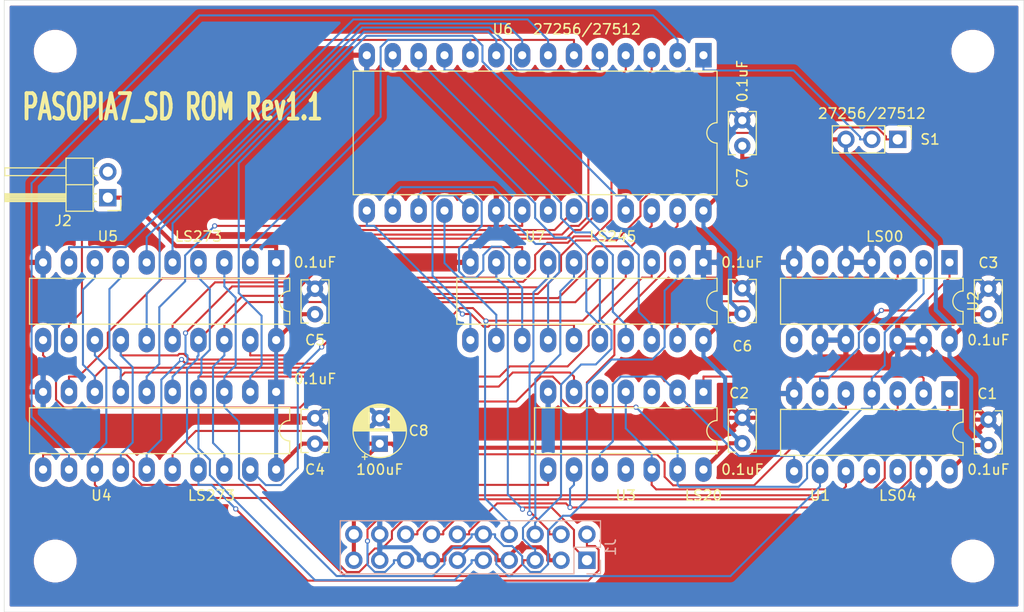
<source format=kicad_pcb>
(kicad_pcb (version 20171130) (host pcbnew "(5.1.9)-1")
  (layers (0 F.Cu signal) (31 B.Cu signal) (34 B.Paste user) (35 F.Paste user) (36 B.SilkS user hide) (37 F.SilkS user) (38 B.Mask user) (39 F.Mask user) (44 Edge.Cuts user))
  (net 0 "")
  (net 1 +5V)
  (net 2 GND)
  (net 3 "Net-(U1-Pad2)")
  (net 4 "Net-(U1-Pad6)")
  (net 5 "Net-(U1-Pad8)")
  (net 6 "Net-(U1-Pad10)")
  (net 7 "Net-(U1-Pad4)")
  (net 8 "Net-(U5-Pad6)")
  (net 9 "Net-(U5-Pad5)")
  (net 10 "Net-(U5-Pad2)")
  (net 11 /CDB7)
  (net 12 /CDB6)
  (net 13 /CDB5)
  (net 14 /CDB4)
  (net 15 /CDB3)
  (net 16 /CDB2)
  (net 17 /CDB1)
  (net 18 /CDB0)
  (net 19 /CAD1)
  (net 20 /CAD0)
  (net 21 /~CSEL2)
  (net 22 /~CRD)
  (net 23 /~CWR)
  (net 24 "Net-(S1-Pad2)")
  (net 25 "Net-(U2-Pad3)")
  (net 26 "Net-(U3-Pad6)")
  (net 27 "Net-(U3-Pad8)")
  (net 28 "Net-(U4-Pad2)")
  (net 29 "Net-(U4-Pad12)")
  (net 30 "Net-(U4-Pad5)")
  (net 31 "Net-(U4-Pad15)")
  (net 32 "Net-(U4-Pad6)")
  (net 33 "Net-(U4-Pad16)")
  (net 34 "Net-(U4-Pad9)")
  (net 35 "Net-(U5-Pad19)")
  (net 36 "Net-(U5-Pad9)")
  (net 37 "Net-(U5-Pad16)")
  (net 38 "Net-(U5-Pad15)")
  (net 39 "Net-(U5-Pad12)")
  (net 40 "Net-(U6-Pad15)")
  (net 41 "Net-(U6-Pad16)")
  (net 42 "Net-(U6-Pad17)")
  (net 43 "Net-(U6-Pad18)")
  (net 44 "Net-(U6-Pad19)")
  (net 45 "Net-(U6-Pad11)")
  (net 46 "Net-(U6-Pad12)")
  (net 47 "Net-(U6-Pad13)")
  (net 48 "Net-(S1-Pad1)")
  (module MountingHole:MountingHole_3.2mm_M3 (layer F.Cu) (at 92.63 99.94)
    (fp_text reference MH4 hide)
    (fp_text value MountingHole_3.2mm_M3 hide)
    (pad 1 np_thru_hole circle (at 0 0) (size 3.2 3.2) (drill 3.2) (layers *.Cu *.Mask))
  )
  (module MountingHole:MountingHole_3.2mm_M3 (layer F.Cu) (at 182.63 99.94)
    (fp_text reference MH3 hide)
    (fp_text value MountingHole_3.2mm_M3 hide)
    (pad 1 np_thru_hole circle (at 0 0) (size 3.2 3.2) (drill 3.2) (layers *.Cu *.Mask))
  )
  (module MountingHole:MountingHole_3.2mm_M3 (layer F.Cu) (at 182.63 149.94)
    (fp_text reference MH2 hide)
    (fp_text value MountingHole_3.2mm_M3 hide)
    (pad 1 np_thru_hole circle (at 0 0) (size 3.2 3.2) (drill 3.2) (layers *.Cu *.Mask))
  )
  (module MountingHole:MountingHole_3.2mm_M3 (layer F.Cu) (at 92.63 149.94)
    (fp_text reference MH1 hide)
    (fp_text value MountingHole_3.2mm_M3 hide)
    (pad 1 np_thru_hole circle (at 0 0) (size 3.2 3.2) (drill 3.2) (layers *.Cu *.Mask))
  )
  (module Capacitor_THT:CP_Radial_D5.0mm_P2.50mm (layer F.Cu) (at 124.46 138.43 90)
    (fp_text reference C8 (at 1.27 3.81 unlocked) (layer F.SilkS))
    (fp_text value 100uF)
    (pad 1 thru_hole rect (at 0 0 90) (size 1.6 1.6) (drill 0.8) (layers *.Cu *.Mask) (net 1 +5V))
    (pad 2 thru_hole circle (at 2.5 0 90) (size 1.6 1.6) (drill 0.8) (layers *.Cu *.Mask) (net 2 GND))
  )
  (module Capacitor_THT:C_Rect_L4.0mm_W2.5mm_P2.50mm (layer F.Cu) (at 184.15 136.07 270)
    (fp_text reference C1 (at -2.54 0.105 unlocked) (layer F.SilkS))
    (fp_text value 0.1uF)
    (pad 1 thru_hole circle (at 0 0 270) (size 1.6 1.6) (drill 0.8) (layers *.Cu *.Mask) (net 2 GND))
    (pad 2 thru_hole circle (at 2.5 0 270) (size 1.6 1.6) (drill 0.8) (layers *.Cu *.Mask) (net 1 +5V))
  )
  (module Capacitor_THT:C_Rect_L4.0mm_W2.5mm_P2.50mm (layer F.Cu) (at 160.02 135.89 270)
    (fp_text reference C2 (at -2.413 0.317 unlocked) (layer F.SilkS))
    (fp_text value 0.1uF)
    (pad 2 thru_hole circle (at 2.5 0 270) (size 1.6 1.6) (drill 0.8) (layers *.Cu *.Mask) (net 1 +5V))
    (pad 1 thru_hole circle (at 0 0 270) (size 1.6 1.6) (drill 0.8) (layers *.Cu *.Mask) (net 2 GND))
  )
  (module Capacitor_THT:C_Rect_L4.0mm_W2.5mm_P2.50mm (layer F.Cu) (at 184.15 123.23 270)
    (fp_text reference C3 (at -2.54 0 unlocked) (layer F.SilkS))
    (fp_text value 0.1uF)
    (pad 1 thru_hole circle (at 0 0 270) (size 1.6 1.6) (drill 0.8) (layers *.Cu *.Mask) (net 2 GND))
    (pad 2 thru_hole circle (at 2.5 0 270) (size 1.6 1.6) (drill 0.8) (layers *.Cu *.Mask) (net 1 +5V))
  )
  (module Package_DIP:DIP-14_W7.62mm_LongPads (layer F.Cu) (at 180.34 133.51 270)
    (fp_text reference U1 (at 10 12.7 unlocked) (layer F.SilkS))
    (fp_text value 74LS04)
    (pad 1 thru_hole rect (at 0 0 270) (size 2.4 1.6) (drill 0.8) (layers *.Cu *.Mask) (net 20 /CAD0))
    (pad 8 thru_hole oval (at 7.62 15.24 270) (size 2.4 1.6) (drill 0.8) (layers *.Cu *.Mask) (net 5 "Net-(U1-Pad8)"))
    (pad 2 thru_hole oval (at 0 2.54 270) (size 2.4 1.6) (drill 0.8) (layers *.Cu *.Mask) (net 3 "Net-(U1-Pad2)"))
    (pad 9 thru_hole oval (at 7.62 12.7 270) (size 2.4 1.6) (drill 0.8) (layers *.Cu *.Mask) (net 19 /CAD1))
    (pad 3 thru_hole oval (at 0 5.08 270) (size 2.4 1.6) (drill 0.8) (layers *.Cu *.Mask) (net 21 /~CSEL2))
    (pad 10 thru_hole oval (at 7.62 10.16 270) (size 2.4 1.6) (drill 0.8) (layers *.Cu *.Mask) (net 6 "Net-(U1-Pad10)"))
    (pad 4 thru_hole oval (at 0 7.62 270) (size 2.4 1.6) (drill 0.8) (layers *.Cu *.Mask) (net 7 "Net-(U1-Pad4)"))
    (pad 11 thru_hole oval (at 7.62 7.62 270) (size 2.4 1.6) (drill 0.8) (layers *.Cu *.Mask) (net 23 /~CWR))
    (pad 5 thru_hole oval (at 0 10.16 270) (size 2.4 1.6) (drill 0.8) (layers *.Cu *.Mask) (net 22 /~CRD))
    (pad 12 thru_hole oval (at 7.62 5.08 270) (size 2.4 1.6) (drill 0.8) (layers *.Cu *.Mask))
    (pad 6 thru_hole oval (at 0 12.7 270) (size 2.4 1.6) (drill 0.8) (layers *.Cu *.Mask) (net 4 "Net-(U1-Pad6)"))
    (pad 13 thru_hole oval (at 7.62 2.54 270) (size 2.4 1.6) (drill 0.8) (layers *.Cu *.Mask) (net 2 GND))
    (pad 7 thru_hole oval (at 0 15.24 270) (size 2.4 1.6) (drill 0.8) (layers *.Cu *.Mask) (net 2 GND))
    (pad 14 thru_hole oval (at 7.62 0 270) (size 2.4 1.6) (drill 0.8) (layers *.Cu *.Mask) (net 1 +5V))
  )
  (module Capacitor_THT:C_Rect_L4.0mm_W2.5mm_P2.50mm (layer F.Cu) (at 118.11 138.43 90)
    (fp_text reference C4 (at -2.54 0) (layer F.SilkS))
    (fp_text value 0.1uF)
    (pad 2 thru_hole circle (at 2.5 0 90) (size 1.6 1.6) (drill 0.8) (layers *.Cu *.Mask) (net 2 GND))
    (pad 1 thru_hole circle (at 0 0 90) (size 1.6 1.6) (drill 0.8) (layers *.Cu *.Mask) (net 1 +5V))
  )
  (module Capacitor_THT:C_Rect_L4.0mm_W2.5mm_P2.50mm (layer F.Cu) (at 118.11 125.73 90)
    (fp_text reference C5 (at -2.54 0) (layer F.SilkS))
    (fp_text value 0.1uF)
    (pad 1 thru_hole circle (at 0 0 90) (size 1.6 1.6) (drill 0.8) (layers *.Cu *.Mask) (net 1 +5V))
    (pad 2 thru_hole circle (at 2.5 0 90) (size 1.6 1.6) (drill 0.8) (layers *.Cu *.Mask) (net 2 GND))
  )
  (module Capacitor_THT:C_Rect_L4.0mm_W2.5mm_P2.50mm (layer F.Cu) (at 160.02 125.69 90)
    (fp_text reference C6 (at -3.175 0) (layer F.SilkS))
    (fp_text value 0.1uF)
    (pad 2 thru_hole circle (at 2.5 0 90) (size 1.6 1.6) (drill 0.8) (layers *.Cu *.Mask) (net 2 GND))
    (pad 1 thru_hole circle (at 0 0 90) (size 1.6 1.6) (drill 0.8) (layers *.Cu *.Mask) (net 1 +5V))
  )
  (module Capacitor_THT:C_Rect_L4.0mm_W2.5mm_P2.50mm (layer F.Cu) (at 160.02 109.22 90)
    (fp_text reference C7 (at -3.175 0 90) (layer F.SilkS))
    (fp_text value 0.1uF)
    (pad 1 thru_hole circle (at 0 0 90) (size 1.6 1.6) (drill 0.8) (layers *.Cu *.Mask) (net 1 +5V))
    (pad 2 thru_hole circle (at 2.5 0 90) (size 1.6 1.6) (drill 0.8) (layers *.Cu *.Mask) (net 2 GND))
  )
  (module Connector_PinHeader_2.54mm:PinHeader_1x03_P2.54mm_Vertical (layer F.Cu) (at 175.26 108.585 270)
    (fp_text reference S1 (at 0 -3.175) (layer F.SilkS))
    (fp_text value SLIDE_SWITCH_3P)
    (pad 1 thru_hole rect (at 0 0 270) (size 1.7 1.7) (drill 1) (layers *.Cu *.Mask) (net 48 "Net-(S1-Pad1)"))
    (pad 2 thru_hole oval (at 0 2.54 270) (size 1.7 1.7) (drill 1) (layers *.Cu *.Mask) (net 24 "Net-(S1-Pad2)"))
    (pad 3 thru_hole oval (at 0 5.08 270) (size 1.7 1.7) (drill 1) (layers *.Cu *.Mask) (net 1 +5V))
  )
  (module Package_DIP:DIP-14_W7.62mm_LongPads (layer F.Cu) (at 156.21 133.35 270)
    (fp_text reference U3 (at 10.16 7.62) (layer F.SilkS))
    (fp_text value 74LS20)
    (pad 14 thru_hole oval (at 7.62 0 270) (size 2.4 1.6) (drill 0.8) (layers *.Cu *.Mask) (net 1 +5V))
    (pad 7 thru_hole oval (at 0 15.24 270) (size 2.4 1.6) (drill 0.8) (layers *.Cu *.Mask) (net 2 GND))
    (pad 13 thru_hole oval (at 7.62 2.54 270) (size 2.4 1.6) (drill 0.8) (layers *.Cu *.Mask) (net 7 "Net-(U1-Pad4)"))
    (pad 6 thru_hole oval (at 0 12.7 270) (size 2.4 1.6) (drill 0.8) (layers *.Cu *.Mask) (net 26 "Net-(U3-Pad6)"))
    (pad 12 thru_hole oval (at 7.62 5.08 270) (size 2.4 1.6) (drill 0.8) (layers *.Cu *.Mask) (net 6 "Net-(U1-Pad10)"))
    (pad 5 thru_hole oval (at 0 10.16 270) (size 2.4 1.6) (drill 0.8) (layers *.Cu *.Mask) (net 7 "Net-(U1-Pad4)"))
    (pad 11 thru_hole oval (at 7.62 7.62 270) (size 2.4 1.6) (drill 0.8) (layers *.Cu *.Mask))
    (pad 4 thru_hole oval (at 0 7.62 270) (size 2.4 1.6) (drill 0.8) (layers *.Cu *.Mask) (net 6 "Net-(U1-Pad10)"))
    (pad 10 thru_hole oval (at 7.62 10.16 270) (size 2.4 1.6) (drill 0.8) (layers *.Cu *.Mask) (net 5 "Net-(U1-Pad8)"))
    (pad 3 thru_hole oval (at 0 5.08 270) (size 2.4 1.6) (drill 0.8) (layers *.Cu *.Mask))
    (pad 9 thru_hole oval (at 7.62 12.7 270) (size 2.4 1.6) (drill 0.8) (layers *.Cu *.Mask) (net 20 /CAD0))
    (pad 2 thru_hole oval (at 0 2.54 270) (size 2.4 1.6) (drill 0.8) (layers *.Cu *.Mask) (net 5 "Net-(U1-Pad8)"))
    (pad 8 thru_hole oval (at 7.62 15.24 270) (size 2.4 1.6) (drill 0.8) (layers *.Cu *.Mask) (net 27 "Net-(U3-Pad8)"))
    (pad 1 thru_hole rect (at 0 0 270) (size 2.4 1.6) (drill 0.8) (layers *.Cu *.Mask) (net 3 "Net-(U1-Pad2)"))
  )
  (module Package_DIP:DIP-20_W7.62mm_LongPads (layer F.Cu) (at 114.3 133.35 270)
    (fp_text reference U4 (at 10.16 17.145) (layer F.SilkS))
    (fp_text value 74LS273)
    (pad 1 thru_hole rect (at 0 0 270) (size 2.4 1.6) (drill 0.8) (layers *.Cu *.Mask) (net 1 +5V))
    (pad 11 thru_hole oval (at 7.62 22.86 270) (size 2.4 1.6) (drill 0.8) (layers *.Cu *.Mask) (net 27 "Net-(U3-Pad8)"))
    (pad 2 thru_hole oval (at 0 2.54 270) (size 2.4 1.6) (drill 0.8) (layers *.Cu *.Mask) (net 28 "Net-(U4-Pad2)"))
    (pad 12 thru_hole oval (at 7.62 20.32 270) (size 2.4 1.6) (drill 0.8) (layers *.Cu *.Mask) (net 29 "Net-(U4-Pad12)"))
    (pad 3 thru_hole oval (at 0 5.08 270) (size 2.4 1.6) (drill 0.8) (layers *.Cu *.Mask) (net 18 /CDB0))
    (pad 13 thru_hole oval (at 7.62 17.78 270) (size 2.4 1.6) (drill 0.8) (layers *.Cu *.Mask) (net 14 /CDB4))
    (pad 4 thru_hole oval (at 0 7.62 270) (size 2.4 1.6) (drill 0.8) (layers *.Cu *.Mask) (net 17 /CDB1))
    (pad 14 thru_hole oval (at 7.62 15.24 270) (size 2.4 1.6) (drill 0.8) (layers *.Cu *.Mask) (net 13 /CDB5))
    (pad 5 thru_hole oval (at 0 10.16 270) (size 2.4 1.6) (drill 0.8) (layers *.Cu *.Mask) (net 30 "Net-(U4-Pad5)"))
    (pad 15 thru_hole oval (at 7.62 12.7 270) (size 2.4 1.6) (drill 0.8) (layers *.Cu *.Mask) (net 31 "Net-(U4-Pad15)"))
    (pad 6 thru_hole oval (at 0 12.7 270) (size 2.4 1.6) (drill 0.8) (layers *.Cu *.Mask) (net 32 "Net-(U4-Pad6)"))
    (pad 16 thru_hole oval (at 7.62 10.16 270) (size 2.4 1.6) (drill 0.8) (layers *.Cu *.Mask) (net 33 "Net-(U4-Pad16)"))
    (pad 7 thru_hole oval (at 0 15.24 270) (size 2.4 1.6) (drill 0.8) (layers *.Cu *.Mask) (net 16 /CDB2))
    (pad 17 thru_hole oval (at 7.62 7.62 270) (size 2.4 1.6) (drill 0.8) (layers *.Cu *.Mask) (net 12 /CDB6))
    (pad 8 thru_hole oval (at 0 17.78 270) (size 2.4 1.6) (drill 0.8) (layers *.Cu *.Mask) (net 15 /CDB3))
    (pad 18 thru_hole oval (at 7.62 5.08 270) (size 2.4 1.6) (drill 0.8) (layers *.Cu *.Mask) (net 11 /CDB7))
    (pad 9 thru_hole oval (at 0 20.32 270) (size 2.4 1.6) (drill 0.8) (layers *.Cu *.Mask) (net 34 "Net-(U4-Pad9)"))
    (pad 19 thru_hole oval (at 7.62 2.54 270) (size 2.4 1.6) (drill 0.8) (layers *.Cu *.Mask) (net 48 "Net-(S1-Pad1)"))
    (pad 10 thru_hole oval (at 0 22.86 270) (size 2.4 1.6) (drill 0.8) (layers *.Cu *.Mask) (net 2 GND))
    (pad 20 thru_hole oval (at 7.62 0 270) (size 2.4 1.6) (drill 0.8) (layers *.Cu *.Mask) (net 1 +5V))
  )
  (module Package_DIP:DIP-20_W7.62mm_LongPads (layer F.Cu) (at 114.3 120.65 270)
    (fp_text reference U5 (at -2.54 16.51) (layer F.SilkS))
    (fp_text value 74LS273)
    (pad 20 thru_hole oval (at 7.62 0 270) (size 2.4 1.6) (drill 0.8) (layers *.Cu *.Mask) (net 1 +5V))
    (pad 10 thru_hole oval (at 0 22.86 270) (size 2.4 1.6) (drill 0.8) (layers *.Cu *.Mask) (net 2 GND))
    (pad 19 thru_hole oval (at 7.62 2.54 270) (size 2.4 1.6) (drill 0.8) (layers *.Cu *.Mask) (net 35 "Net-(U5-Pad19)"))
    (pad 9 thru_hole oval (at 0 20.32 270) (size 2.4 1.6) (drill 0.8) (layers *.Cu *.Mask) (net 36 "Net-(U5-Pad9)"))
    (pad 18 thru_hole oval (at 7.62 5.08 270) (size 2.4 1.6) (drill 0.8) (layers *.Cu *.Mask) (net 11 /CDB7))
    (pad 8 thru_hole oval (at 0 17.78 270) (size 2.4 1.6) (drill 0.8) (layers *.Cu *.Mask) (net 15 /CDB3))
    (pad 17 thru_hole oval (at 7.62 7.62 270) (size 2.4 1.6) (drill 0.8) (layers *.Cu *.Mask) (net 12 /CDB6))
    (pad 7 thru_hole oval (at 0 15.24 270) (size 2.4 1.6) (drill 0.8) (layers *.Cu *.Mask) (net 16 /CDB2))
    (pad 16 thru_hole oval (at 7.62 10.16 270) (size 2.4 1.6) (drill 0.8) (layers *.Cu *.Mask) (net 37 "Net-(U5-Pad16)"))
    (pad 6 thru_hole oval (at 0 12.7 270) (size 2.4 1.6) (drill 0.8) (layers *.Cu *.Mask) (net 8 "Net-(U5-Pad6)"))
    (pad 15 thru_hole oval (at 7.62 12.7 270) (size 2.4 1.6) (drill 0.8) (layers *.Cu *.Mask) (net 38 "Net-(U5-Pad15)"))
    (pad 5 thru_hole oval (at 0 10.16 270) (size 2.4 1.6) (drill 0.8) (layers *.Cu *.Mask) (net 9 "Net-(U5-Pad5)"))
    (pad 14 thru_hole oval (at 7.62 15.24 270) (size 2.4 1.6) (drill 0.8) (layers *.Cu *.Mask) (net 13 /CDB5))
    (pad 4 thru_hole oval (at 0 7.62 270) (size 2.4 1.6) (drill 0.8) (layers *.Cu *.Mask) (net 17 /CDB1))
    (pad 13 thru_hole oval (at 7.62 17.78 270) (size 2.4 1.6) (drill 0.8) (layers *.Cu *.Mask) (net 14 /CDB4))
    (pad 3 thru_hole oval (at 0 5.08 270) (size 2.4 1.6) (drill 0.8) (layers *.Cu *.Mask) (net 18 /CDB0))
    (pad 12 thru_hole oval (at 7.62 20.32 270) (size 2.4 1.6) (drill 0.8) (layers *.Cu *.Mask) (net 39 "Net-(U5-Pad12)"))
    (pad 2 thru_hole oval (at 0 2.54 270) (size 2.4 1.6) (drill 0.8) (layers *.Cu *.Mask) (net 10 "Net-(U5-Pad2)"))
    (pad 11 thru_hole oval (at 7.62 22.86 270) (size 2.4 1.6) (drill 0.8) (layers *.Cu *.Mask) (net 26 "Net-(U3-Pad6)"))
    (pad 1 thru_hole rect (at 0 0 270) (size 2.4 1.6) (drill 0.8) (layers *.Cu *.Mask) (net 1 +5V))
  )
  (module Package_DIP:DIP-28_W15.24mm_LongPads (layer F.Cu) (at 156.21 100.33 270)
    (fp_text reference U6 (at -2.54 19.685) (layer F.SilkS))
    (fp_text value 29C256/27C512)
    (pad 1 thru_hole rect (at 0 0 270) (size 2.4 1.6) (drill 0.8) (layers *.Cu *.Mask) (net 24 "Net-(S1-Pad2)"))
    (pad 15 thru_hole oval (at 15.24 33.02 270) (size 2.4 1.6) (drill 0.8) (layers *.Cu *.Mask) (net 40 "Net-(U6-Pad15)"))
    (pad 2 thru_hole oval (at 0 2.54 270) (size 2.4 1.6) (drill 0.8) (layers *.Cu *.Mask) (net 29 "Net-(U4-Pad12)"))
    (pad 16 thru_hole oval (at 15.24 30.48 270) (size 2.4 1.6) (drill 0.8) (layers *.Cu *.Mask) (net 41 "Net-(U6-Pad16)"))
    (pad 3 thru_hole oval (at 0 5.08 270) (size 2.4 1.6) (drill 0.8) (layers *.Cu *.Mask) (net 35 "Net-(U5-Pad19)"))
    (pad 17 thru_hole oval (at 15.24 27.94 270) (size 2.4 1.6) (drill 0.8) (layers *.Cu *.Mask) (net 42 "Net-(U6-Pad17)"))
    (pad 4 thru_hole oval (at 0 7.62 270) (size 2.4 1.6) (drill 0.8) (layers *.Cu *.Mask) (net 37 "Net-(U5-Pad16)"))
    (pad 18 thru_hole oval (at 15.24 25.4 270) (size 2.4 1.6) (drill 0.8) (layers *.Cu *.Mask) (net 43 "Net-(U6-Pad18)"))
    (pad 5 thru_hole oval (at 0 10.16 270) (size 2.4 1.6) (drill 0.8) (layers *.Cu *.Mask) (net 38 "Net-(U5-Pad15)"))
    (pad 19 thru_hole oval (at 15.24 22.86 270) (size 2.4 1.6) (drill 0.8) (layers *.Cu *.Mask) (net 44 "Net-(U6-Pad19)"))
    (pad 6 thru_hole oval (at 0 12.7 270) (size 2.4 1.6) (drill 0.8) (layers *.Cu *.Mask) (net 39 "Net-(U5-Pad12)"))
    (pad 20 thru_hole oval (at 15.24 20.32 270) (size 2.4 1.6) (drill 0.8) (layers *.Cu *.Mask) (net 2 GND))
    (pad 7 thru_hole oval (at 0 15.24 270) (size 2.4 1.6) (drill 0.8) (layers *.Cu *.Mask) (net 36 "Net-(U5-Pad9)"))
    (pad 21 thru_hole oval (at 15.24 17.78 270) (size 2.4 1.6) (drill 0.8) (layers *.Cu *.Mask) (net 32 "Net-(U4-Pad6)"))
    (pad 8 thru_hole oval (at 0 17.78 270) (size 2.4 1.6) (drill 0.8) (layers *.Cu *.Mask) (net 8 "Net-(U5-Pad6)"))
    (pad 22 thru_hole oval (at 15.24 15.24 270) (size 2.4 1.6) (drill 0.8) (layers *.Cu *.Mask) (net 2 GND))
    (pad 9 thru_hole oval (at 0 20.32 270) (size 2.4 1.6) (drill 0.8) (layers *.Cu *.Mask) (net 9 "Net-(U5-Pad5)"))
    (pad 23 thru_hole oval (at 15.24 12.7 270) (size 2.4 1.6) (drill 0.8) (layers *.Cu *.Mask) (net 34 "Net-(U4-Pad9)"))
    (pad 10 thru_hole oval (at 0 22.86 270) (size 2.4 1.6) (drill 0.8) (layers *.Cu *.Mask) (net 10 "Net-(U5-Pad2)"))
    (pad 24 thru_hole oval (at 15.24 10.16 270) (size 2.4 1.6) (drill 0.8) (layers *.Cu *.Mask) (net 30 "Net-(U4-Pad5)"))
    (pad 11 thru_hole oval (at 0 25.4 270) (size 2.4 1.6) (drill 0.8) (layers *.Cu *.Mask) (net 45 "Net-(U6-Pad11)"))
    (pad 25 thru_hole oval (at 15.24 7.62 270) (size 2.4 1.6) (drill 0.8) (layers *.Cu *.Mask) (net 28 "Net-(U4-Pad2)"))
    (pad 12 thru_hole oval (at 0 27.94 270) (size 2.4 1.6) (drill 0.8) (layers *.Cu *.Mask) (net 46 "Net-(U6-Pad12)"))
    (pad 26 thru_hole oval (at 15.24 5.08 270) (size 2.4 1.6) (drill 0.8) (layers *.Cu *.Mask) (net 31 "Net-(U4-Pad15)"))
    (pad 13 thru_hole oval (at 0 30.48 270) (size 2.4 1.6) (drill 0.8) (layers *.Cu *.Mask) (net 47 "Net-(U6-Pad13)"))
    (pad 27 thru_hole oval (at 15.24 2.54 270) (size 2.4 1.6) (drill 0.8) (layers *.Cu *.Mask) (net 33 "Net-(U4-Pad16)"))
    (pad 14 thru_hole oval (at 0 33.02 270) (size 2.4 1.6) (drill 0.8) (layers *.Cu *.Mask) (net 2 GND))
    (pad 28 thru_hole oval (at 15.24 0 270) (size 2.4 1.6) (drill 0.8) (layers *.Cu *.Mask) (net 1 +5V))
  )
  (module Package_DIP:DIP-20_W7.62mm_LongPads (layer F.Cu) (at 156.21 120.65 270)
    (fp_text reference U7 (at -2.54 16.51) (layer F.SilkS))
    (fp_text value 74LS245)
    (pad 1 thru_hole rect (at 0 0 270) (size 2.4 1.6) (drill 0.8) (layers *.Cu *.Mask) (net 2 GND))
    (pad 11 thru_hole oval (at 7.62 22.86 270) (size 2.4 1.6) (drill 0.8) (layers *.Cu *.Mask) (net 44 "Net-(U6-Pad19)"))
    (pad 2 thru_hole oval (at 0 2.54 270) (size 2.4 1.6) (drill 0.8) (layers *.Cu *.Mask) (net 18 /CDB0))
    (pad 12 thru_hole oval (at 7.62 20.32 270) (size 2.4 1.6) (drill 0.8) (layers *.Cu *.Mask) (net 43 "Net-(U6-Pad18)"))
    (pad 3 thru_hole oval (at 0 5.08 270) (size 2.4 1.6) (drill 0.8) (layers *.Cu *.Mask) (net 17 /CDB1))
    (pad 13 thru_hole oval (at 7.62 17.78 270) (size 2.4 1.6) (drill 0.8) (layers *.Cu *.Mask) (net 42 "Net-(U6-Pad17)"))
    (pad 4 thru_hole oval (at 0 7.62 270) (size 2.4 1.6) (drill 0.8) (layers *.Cu *.Mask) (net 16 /CDB2))
    (pad 14 thru_hole oval (at 7.62 15.24 270) (size 2.4 1.6) (drill 0.8) (layers *.Cu *.Mask) (net 41 "Net-(U6-Pad16)"))
    (pad 5 thru_hole oval (at 0 10.16 270) (size 2.4 1.6) (drill 0.8) (layers *.Cu *.Mask) (net 15 /CDB3))
    (pad 15 thru_hole oval (at 7.62 12.7 270) (size 2.4 1.6) (drill 0.8) (layers *.Cu *.Mask) (net 40 "Net-(U6-Pad15)"))
    (pad 6 thru_hole oval (at 0 12.7 270) (size 2.4 1.6) (drill 0.8) (layers *.Cu *.Mask) (net 14 /CDB4))
    (pad 16 thru_hole oval (at 7.62 10.16 270) (size 2.4 1.6) (drill 0.8) (layers *.Cu *.Mask) (net 47 "Net-(U6-Pad13)"))
    (pad 7 thru_hole oval (at 0 15.24 270) (size 2.4 1.6) (drill 0.8) (layers *.Cu *.Mask) (net 13 /CDB5))
    (pad 17 thru_hole oval (at 7.62 7.62 270) (size 2.4 1.6) (drill 0.8) (layers *.Cu *.Mask) (net 46 "Net-(U6-Pad12)"))
    (pad 8 thru_hole oval (at 0 17.78 270) (size 2.4 1.6) (drill 0.8) (layers *.Cu *.Mask) (net 12 /CDB6))
    (pad 18 thru_hole oval (at 7.62 5.08 270) (size 2.4 1.6) (drill 0.8) (layers *.Cu *.Mask) (net 45 "Net-(U6-Pad11)"))
    (pad 9 thru_hole oval (at 0 20.32 270) (size 2.4 1.6) (drill 0.8) (layers *.Cu *.Mask) (net 11 /CDB7))
    (pad 19 thru_hole oval (at 7.62 2.54 270) (size 2.4 1.6) (drill 0.8) (layers *.Cu *.Mask) (net 25 "Net-(U2-Pad3)"))
    (pad 10 thru_hole oval (at 0 22.86 270) (size 2.4 1.6) (drill 0.8) (layers *.Cu *.Mask) (net 2 GND))
    (pad 20 thru_hole oval (at 7.62 0 270) (size 2.4 1.6) (drill 0.8) (layers *.Cu *.Mask) (net 1 +5V))
  )
  (module Package_DIP:DIP-14_W7.62mm_LongPads (layer F.Cu) (at 180.34 120.65 270)
    (fp_text reference U2 (at 3.81 -2.33 90) (layer F.SilkS))
    (fp_text value 74LS00)
    (pad 1 thru_hole rect (at 0 0 270) (size 2.4 1.6) (drill 0.8) (layers *.Cu *.Mask) (net 4 "Net-(U1-Pad6)"))
    (pad 8 thru_hole oval (at 7.62 15.24 270) (size 2.4 1.6) (drill 0.8) (layers *.Cu *.Mask))
    (pad 2 thru_hole oval (at 0 2.54 270) (size 2.4 1.6) (drill 0.8) (layers *.Cu *.Mask) (net 7 "Net-(U1-Pad4)"))
    (pad 9 thru_hole oval (at 7.62 12.7 270) (size 2.4 1.6) (drill 0.8) (layers *.Cu *.Mask) (net 2 GND))
    (pad 3 thru_hole oval (at 0 5.08 270) (size 2.4 1.6) (drill 0.8) (layers *.Cu *.Mask) (net 25 "Net-(U2-Pad3)"))
    (pad 10 thru_hole oval (at 7.62 10.16 270) (size 2.4 1.6) (drill 0.8) (layers *.Cu *.Mask) (net 2 GND))
    (pad 4 thru_hole oval (at 0 7.62 270) (size 2.4 1.6) (drill 0.8) (layers *.Cu *.Mask) (net 2 GND))
    (pad 11 thru_hole oval (at 7.62 7.62 270) (size 2.4 1.6) (drill 0.8) (layers *.Cu *.Mask))
    (pad 5 thru_hole oval (at 0 10.16 270) (size 2.4 1.6) (drill 0.8) (layers *.Cu *.Mask) (net 2 GND))
    (pad 12 thru_hole oval (at 7.62 5.08 270) (size 2.4 1.6) (drill 0.8) (layers *.Cu *.Mask) (net 2 GND))
    (pad 6 thru_hole oval (at 0 12.7 270) (size 2.4 1.6) (drill 0.8) (layers *.Cu *.Mask))
    (pad 13 thru_hole oval (at 7.62 2.54 270) (size 2.4 1.6) (drill 0.8) (layers *.Cu *.Mask) (net 2 GND))
    (pad 7 thru_hole oval (at 0 15.24 270) (size 2.4 1.6) (drill 0.8) (layers *.Cu *.Mask) (net 2 GND))
    (pad 14 thru_hole oval (at 7.62 0 270) (size 2.4 1.6) (drill 0.8) (layers *.Cu *.Mask) (net 1 +5V))
  )
  (module Connector_PinHeader_2.54mm:PinHeader_2x10_P2.54mm_Vertical (layer B.Cu) (at 144.78 149.86 90)
    (fp_text reference J1 (at 1.27 2.33 90) (layer B.SilkS) (effects (justify mirror)))
    (fp_text value Conn_02x10_Odd_Even)
    (pad 1 thru_hole rect (at 0 0 90) (size 1.7 1.7) (drill 1) (layers *.Cu *.Mask) (net 11 /CDB7))
    (pad 2 thru_hole oval (at 2.54 0 90) (size 1.7 1.7) (drill 1) (layers *.Cu *.Mask) (net 12 /CDB6))
    (pad 3 thru_hole oval (at 0 -2.54 90) (size 1.7 1.7) (drill 1) (layers *.Cu *.Mask) (net 2 GND))
    (pad 4 thru_hole oval (at 2.54 -2.54 90) (size 1.7 1.7) (drill 1) (layers *.Cu *.Mask) (net 13 /CDB5))
    (pad 5 thru_hole oval (at 0 -5.08 90) (size 1.7 1.7) (drill 1) (layers *.Cu *.Mask) (net 14 /CDB4))
    (pad 6 thru_hole oval (at 2.54 -5.08 90) (size 1.7 1.7) (drill 1) (layers *.Cu *.Mask) (net 15 /CDB3))
    (pad 7 thru_hole oval (at 0 -7.62 90) (size 1.7 1.7) (drill 1) (layers *.Cu *.Mask) (net 2 GND))
    (pad 8 thru_hole oval (at 2.54 -7.62 90) (size 1.7 1.7) (drill 1) (layers *.Cu *.Mask) (net 16 /CDB2))
    (pad 9 thru_hole oval (at 0 -10.16 90) (size 1.7 1.7) (drill 1) (layers *.Cu *.Mask) (net 17 /CDB1))
    (pad 10 thru_hole oval (at 2.54 -10.16 90) (size 1.7 1.7) (drill 1) (layers *.Cu *.Mask) (net 18 /CDB0))
    (pad 11 thru_hole oval (at 0 -12.7 90) (size 1.7 1.7) (drill 1) (layers *.Cu *.Mask) (net 19 /CAD1))
    (pad 12 thru_hole oval (at 2.54 -12.7 90) (size 1.7 1.7) (drill 1) (layers *.Cu *.Mask) (net 20 /CAD0))
    (pad 13 thru_hole oval (at 0 -15.24 90) (size 1.7 1.7) (drill 1) (layers *.Cu *.Mask) (net 2 GND))
    (pad 14 thru_hole oval (at 2.54 -15.24 90) (size 1.7 1.7) (drill 1) (layers *.Cu *.Mask) (net 21 /~CSEL2))
    (pad 15 thru_hole oval (at 0 -17.78 90) (size 1.7 1.7) (drill 1) (layers *.Cu *.Mask) (net 22 /~CRD))
    (pad 16 thru_hole oval (at 2.54 -17.78 90) (size 1.7 1.7) (drill 1) (layers *.Cu *.Mask) (net 23 /~CWR))
    (pad 17 thru_hole oval (at 0 -20.32 90) (size 1.7 1.7) (drill 1) (layers *.Cu *.Mask) (net 2 GND))
    (pad 18 thru_hole oval (at 2.54 -20.32 90) (size 1.7 1.7) (drill 1) (layers *.Cu *.Mask) (net 2 GND))
    (pad 19 thru_hole oval (at 0 -22.86 90) (size 1.7 1.7) (drill 1) (layers *.Cu *.Mask) (net 1 +5V))
    (pad 20 thru_hole oval (at 2.54 -22.86 90) (size 1.7 1.7) (drill 1) (layers *.Cu *.Mask) (net 1 +5V))
  )
  (module Connector_PinHeader_2.54mm:PinHeader_1x02_P2.54mm_Horizontal (layer F.Cu) (at 97.79 114.3 180)
    (fp_text reference J2 (at 4.385 -2.27) (layer F.SilkS))
    (fp_text value +5V)
    (pad 1 thru_hole rect (at 0 0 180) (size 1.7 1.7) (drill 1) (layers *.Cu *.Mask) (net 1 +5V))
    (pad 2 thru_hole oval (at 0 2.54 180) (size 1.7 1.7) (drill 1) (layers *.Cu *.Mask))
  )
  (gr_text LS04 (at 175.26 143.51) (layer F.SilkS) (effects (font (size 1 1))))
  (gr_text LS20 (at 156.21 143.51) (layer F.SilkS) (effects (font (size 1 1))))
  (gr_text LS273 (at 106.68 118.11) (layer F.SilkS) (effects (font (size 1 1))))
  (gr_text 27256/27512 (at 144.78 97.79) (layer F.SilkS) (effects (font (size 1 1))))
  (gr_text 100uF (at 124.46 140.97) (layer F.SilkS) (effects (font (size 1 1))))
  (gr_text 0.1uF (at 160.02 120.65) (layer F.SilkS) (effects (font (size 1 1))))
  (gr_text 0.1uF (at 118.11 120.65) (layer F.SilkS) (effects (font (size 1 1))))
  (gr_text 0.1uF (at 118.11 132.08) (layer F.SilkS) (effects (font (size 1 1))))
  (gr_text 0.1uF (at 160.02 102.87 90) (layer F.SilkS) (effects (font (size 1 1))))
  (gr_text 0.1uF (at 184.15 128.27) (layer F.SilkS) (effects (font (size 1 1))))
  (gr_text 0.1uF (at 160.02 140.97) (layer F.SilkS) (effects (font (size 1 1))))
  (gr_text 0.1uF (at 184.15 140.97) (layer F.SilkS) (effects (font (size 1 1))))
  (gr_text LS00 (at 173.99 118.11) (layer F.SilkS) (effects (font (size 1 1))))
  (gr_text 27256/27512 (at 172.72 106.045) (layer F.SilkS) (effects (font (size 1 1))))
  (gr_text LS245 (at 147.32 118.11) (layer F.SilkS) (effects (font (size 1 1))))
  (gr_text LS273 (at 107.95 143.51) (layer F.SilkS) (effects (font (size 1 1))))
  (gr_text "PASOPIA7_SD ROM Rev1.1" (at 104.14 105.41) (layer F.SilkS) (effects (font (size 2.5 1.5) (thickness 0.375))))
  (gr_line (start 87.63 94.94) (end 87.63 154.94) (layer Edge.Cuts) (width 0.05))
  (gr_line (start 187.63 154.94) (end 187.63 94.94) (layer Edge.Cuts) (width 0.05))
  (gr_line (start 87.63 154.94) (end 187.63 154.94) (layer Edge.Cuts) (width 0.05))
  (gr_line (start 187.63 94.94) (end 87.63 94.94) (layer Edge.Cuts) (width 0.05))
  (segment (start 156.21 128.27) (end 156.21 129.8703) (width 0.4) (layer B.Cu) (net 1))
  (segment (start 160.02 138.39) (end 158.3361 136.7061) (width 0.4) (layer B.Cu) (net 1))
  (segment (start 158.3361 136.7061) (end 158.3361 131.9964) (width 0.4) (layer B.Cu) (net 1))
  (segment (start 158.3361 131.9964) (end 156.21 129.8703) (width 0.4) (layer B.Cu) (net 1))
  (segment (start 114.3 140.97) (end 114.3 133.35) (width 0.4) (layer B.Cu) (net 1))
  (segment (start 124.46 138.43) (end 125.6603 138.43) (width 0.4) (layer F.Cu) (net 1))
  (segment (start 158.3503 138.8297) (end 126.06 138.8297) (width 0.4) (layer F.Cu) (net 1))
  (segment (start 126.06 138.8297) (end 125.6603 138.43) (width 0.4) (layer F.Cu) (net 1))
  (segment (start 158.3503 138.8297) (end 156.21 140.97) (width 0.4) (layer F.Cu) (net 1))
  (segment (start 160.02 138.39) (end 158.79 138.39) (width 0.4) (layer F.Cu) (net 1))
  (segment (start 158.79 138.39) (end 158.3503 138.8297) (width 0.4) (layer F.Cu) (net 1))
  (segment (start 170.18 108.585) (end 168.9297 108.585) (width 0.4) (layer F.Cu) (net 1))
  (segment (start 160.02 110.49) (end 167.0247 110.49) (width 0.4) (layer F.Cu) (net 1))
  (segment (start 167.0247 110.49) (end 168.9297 108.585) (width 0.4) (layer F.Cu) (net 1))
  (segment (start 160.02 110.49) (end 160.02 111.76) (width 0.4) (layer F.Cu) (net 1))
  (segment (start 160.02 111.76) (end 156.21 115.57) (width 0.4) (layer F.Cu) (net 1))
  (segment (start 160.02 109.22) (end 160.02 110.49) (width 0.4) (layer F.Cu) (net 1))
  (segment (start 114.3 126.6697) (end 114.3 122.2503) (width 0.4) (layer B.Cu) (net 1))
  (segment (start 180.34 128.27) (end 180.34 126.6697) (width 0.4) (layer B.Cu) (net 1))
  (segment (start 170.18 108.585) (end 170.18 109.8353) (width 0.4) (layer B.Cu) (net 1))
  (segment (start 170.18 109.8353) (end 179.0004 118.6557) (width 0.4) (layer B.Cu) (net 1))
  (segment (start 179.0004 118.6557) (end 179.0004 125.3301) (width 0.4) (layer B.Cu) (net 1))
  (segment (start 179.0004 125.3301) (end 180.34 126.6697) (width 0.4) (layer B.Cu) (net 1))
  (segment (start 114.3 128.27) (end 114.3 126.6697) (width 0.4) (layer B.Cu) (net 1))
  (segment (start 114.3 120.65) (end 114.3 122.2503) (width 0.4) (layer B.Cu) (net 1))
  (segment (start 118.11 138.43) (end 124.46 138.43) (width 0.4) (layer F.Cu) (net 1))
  (segment (start 114.3 128.27) (end 114.3 133.35) (width 0.4) (layer B.Cu) (net 1))
  (segment (start 156.21 115.57) (end 156.21 117.1703) (width 0.4) (layer B.Cu) (net 1))
  (segment (start 160.02 125.69) (end 158.8196 124.4896) (width 0.4) (layer B.Cu) (net 1))
  (segment (start 158.8196 124.4896) (end 158.8196 119.7799) (width 0.4) (layer B.Cu) (net 1))
  (segment (start 158.8196 119.7799) (end 156.21 117.1703) (width 0.4) (layer B.Cu) (net 1))
  (segment (start 180.34 128.7035) (end 180.34 128.27) (width 0.4) (layer B.Cu) (net 1))
  (segment (start 180.34 128.7035) (end 180.34 129.8703) (width 0.4) (layer B.Cu) (net 1))
  (segment (start 184.15 138.57) (end 182.4636 136.8836) (width 0.4) (layer B.Cu) (net 1))
  (segment (start 182.4636 136.8836) (end 182.4636 131.9939) (width 0.4) (layer B.Cu) (net 1))
  (segment (start 182.4636 131.9939) (end 180.34 129.8703) (width 0.4) (layer B.Cu) (net 1))
  (segment (start 184.15 138.57) (end 182.9 138.57) (width 0.4) (layer F.Cu) (net 1))
  (segment (start 182.9 138.57) (end 180.34 141.13) (width 0.4) (layer F.Cu) (net 1))
  (segment (start 184.15 125.73) (end 182.88 125.73) (width 0.4) (layer F.Cu) (net 1))
  (segment (start 182.88 125.73) (end 180.34 128.27) (width 0.4) (layer F.Cu) (net 1))
  (segment (start 160.02 125.69) (end 158.79 125.69) (width 0.4) (layer F.Cu) (net 1))
  (segment (start 158.79 125.69) (end 156.21 128.27) (width 0.4) (layer F.Cu) (net 1))
  (segment (start 121.92 147.32) (end 121.92 140.97) (width 0.4) (layer F.Cu) (net 1))
  (segment (start 121.92 140.97) (end 124.46 138.43) (width 0.4) (layer F.Cu) (net 1))
  (segment (start 121.92 149.86) (end 121.92 147.32) (width 0.4) (layer F.Cu) (net 1))
  (segment (start 118.11 138.43) (end 116.84 138.43) (width 0.4) (layer F.Cu) (net 1))
  (segment (start 116.84 138.43) (end 114.3 140.97) (width 0.4) (layer F.Cu) (net 1))
  (segment (start 118.11 125.73) (end 116.84 125.73) (width 0.4) (layer F.Cu) (net 1))
  (segment (start 116.84 125.73) (end 114.3 128.27) (width 0.4) (layer F.Cu) (net 1))
  (segment (start 99.7206 114.3) (end 97.79 114.3) (width 0.4) (layer F.Cu) (net 1))
  (segment (start 104.4703 119.0497) (end 99.7206 114.3) (width 0.4) (layer F.Cu) (net 1))
  (segment (start 114.3 119.0497) (end 104.4703 119.0497) (width 0.4) (layer F.Cu) (net 1))
  (segment (start 114.3 120.65) (end 114.3 119.0497) (width 0.4) (layer F.Cu) (net 1))
  (segment (start 165.1 133.51) (end 165.1 135.1103) (width 0.4) (layer F.Cu) (net 2))
  (segment (start 160.02 135.89) (end 164.3203 135.89) (width 0.4) (layer F.Cu) (net 2))
  (segment (start 164.3203 135.89) (end 165.1 135.1103) (width 0.4) (layer F.Cu) (net 2))
  (segment (start 140.97 134.9503) (end 141.9097 135.89) (width 0.4) (layer F.Cu) (net 2))
  (segment (start 141.9097 135.89) (end 160.02 135.89) (width 0.4) (layer F.Cu) (net 2))
  (segment (start 123.2596 137.1304) (end 124.46 135.93) (width 0.4) (layer B.Cu) (net 2))
  (segment (start 124.46 146.0697) (end 123.2596 144.8693) (width 0.4) (layer B.Cu) (net 2))
  (segment (start 123.2596 144.8693) (end 123.2596 137.1304) (width 0.4) (layer B.Cu) (net 2))
  (segment (start 119.4142 134.6258) (end 120.755 134.6258) (width 0.4) (layer B.Cu) (net 2))
  (segment (start 120.755 134.6258) (end 123.2596 137.1304) (width 0.4) (layer B.Cu) (net 2))
  (segment (start 119.4142 134.6258) (end 118.11 135.93) (width 0.4) (layer B.Cu) (net 2))
  (segment (start 118.11 123.23) (end 119.4142 124.5342) (width 0.4) (layer B.Cu) (net 2))
  (segment (start 119.4142 124.5342) (end 119.4142 134.6258) (width 0.4) (layer B.Cu) (net 2))
  (segment (start 124.46 147.32) (end 124.46 146.0697) (width 0.4) (layer B.Cu) (net 2))
  (segment (start 124.46 148.59) (end 124.46 147.32) (width 0.4) (layer B.Cu) (net 2))
  (segment (start 181.5404 136.07) (end 181.2597 136.07) (width 0.4) (layer F.Cu) (net 2))
  (segment (start 181.2597 136.07) (end 177.8 139.5297) (width 0.4) (layer F.Cu) (net 2))
  (segment (start 184.15 136.07) (end 181.5404 136.07) (width 0.4) (layer F.Cu) (net 2))
  (segment (start 177.8 128.9952) (end 178.4126 128.9952) (width 0.4) (layer F.Cu) (net 2))
  (segment (start 178.4126 128.9952) (end 181.5404 132.123) (width 0.4) (layer F.Cu) (net 2))
  (segment (start 181.5404 132.123) (end 181.5404 136.07) (width 0.4) (layer F.Cu) (net 2))
  (segment (start 177.8 128.8493) (end 177.8 128.9952) (width 0.4) (layer F.Cu) (net 2))
  (segment (start 177.8 128.7035) (end 177.8 128.8493) (width 0.4) (layer F.Cu) (net 2))
  (segment (start 123.19 100.33) (end 123.19 101.9303) (width 0.4) (layer F.Cu) (net 2))
  (segment (start 123.19 101.9303) (end 123.8506 101.9303) (width 0.4) (layer F.Cu) (net 2))
  (segment (start 123.8506 101.9303) (end 135.89 113.9697) (width 0.4) (layer F.Cu) (net 2))
  (segment (start 140.97 115.57) (end 140.97 113.9697) (width 0.4) (layer F.Cu) (net 2))
  (segment (start 135.89 115.57) (end 135.89 113.9697) (width 0.4) (layer F.Cu) (net 2))
  (segment (start 135.89 113.9697) (end 140.97 113.9697) (width 0.4) (layer F.Cu) (net 2))
  (segment (start 165.1 120.65) (end 165.1 111.8) (width 0.4) (layer B.Cu) (net 2))
  (segment (start 165.1 111.8) (end 160.02 106.72) (width 0.4) (layer B.Cu) (net 2))
  (segment (start 91.44 133.35) (end 91.44 134.9503) (width 0.4) (layer F.Cu) (net 2))
  (segment (start 118.11 135.93) (end 92.4197 135.93) (width 0.4) (layer F.Cu) (net 2))
  (segment (start 92.4197 135.93) (end 91.44 134.9503) (width 0.4) (layer F.Cu) (net 2))
  (segment (start 118.11 123.23) (end 120.69 120.65) (width 0.4) (layer F.Cu) (net 2))
  (segment (start 120.69 120.65) (end 133.35 120.65) (width 0.4) (layer F.Cu) (net 2))
  (segment (start 165.1 122.2503) (end 170.18 122.2503) (width 0.4) (layer F.Cu) (net 2))
  (segment (start 160.02 123.19) (end 160.9597 122.2503) (width 0.4) (layer F.Cu) (net 2))
  (segment (start 160.9597 122.2503) (end 165.1 122.2503) (width 0.4) (layer F.Cu) (net 2))
  (segment (start 172.72 120.65) (end 172.72 122.2503) (width 0.4) (layer F.Cu) (net 2))
  (segment (start 170.18 120.65) (end 170.18 122.2503) (width 0.4) (layer F.Cu) (net 2))
  (segment (start 170.18 122.2503) (end 172.72 122.2503) (width 0.4) (layer F.Cu) (net 2))
  (segment (start 124.46 135.93) (end 139.9903 135.93) (width 0.4) (layer F.Cu) (net 2))
  (segment (start 139.9903 135.93) (end 140.97 134.9503) (width 0.4) (layer F.Cu) (net 2))
  (segment (start 140.97 133.35) (end 140.97 134.9503) (width 0.4) (layer F.Cu) (net 2))
  (segment (start 170.18 129.8703) (end 174.3849 129.8703) (width 0.4) (layer F.Cu) (net 2))
  (segment (start 174.3849 129.8703) (end 175.26 128.9952) (width 0.4) (layer F.Cu) (net 2))
  (segment (start 170.18 129.7202) (end 170.18 129.8703) (width 0.4) (layer F.Cu) (net 2))
  (segment (start 170.18 128.27) (end 170.18 129.7202) (width 0.4) (layer F.Cu) (net 2))
  (segment (start 167.64 128.27) (end 167.64 129.8703) (width 0.4) (layer F.Cu) (net 2))
  (segment (start 167.64 129.8703) (end 170.18 129.8703) (width 0.4) (layer F.Cu) (net 2))
  (segment (start 177.8 128.27) (end 177.8 126.6697) (width 0.4) (layer F.Cu) (net 2))
  (segment (start 177.8 126.6697) (end 180.7103 126.6697) (width 0.4) (layer F.Cu) (net 2))
  (segment (start 180.7103 126.6697) (end 184.15 123.23) (width 0.4) (layer F.Cu) (net 2))
  (segment (start 177.8 128.7035) (end 177.8 128.27) (width 0.4) (layer F.Cu) (net 2))
  (segment (start 170.18 128.27) (end 170.18 120.65) (width 0.4) (layer B.Cu) (net 2))
  (segment (start 175.26 128.27) (end 175.26 128.9952) (width 0.4) (layer F.Cu) (net 2))
  (segment (start 177.8 128.9952) (end 175.26 128.9952) (width 0.4) (layer F.Cu) (net 2))
  (segment (start 156.21 120.65) (end 156.21 122.2503) (width 0.4) (layer F.Cu) (net 2))
  (segment (start 156.21 122.2503) (end 159.0803 122.2503) (width 0.4) (layer F.Cu) (net 2))
  (segment (start 159.0803 122.2503) (end 160.02 123.19) (width 0.4) (layer F.Cu) (net 2))
  (segment (start 165.1 120.65) (end 165.1 122.2503) (width 0.4) (layer F.Cu) (net 2))
  (segment (start 91.44 120.65) (end 91.44 122.2503) (width 0.4) (layer B.Cu) (net 2))
  (segment (start 91.44 133.35) (end 91.44 131.7497) (width 0.4) (layer B.Cu) (net 2))
  (segment (start 91.44 131.7497) (end 92.7099 130.4798) (width 0.4) (layer B.Cu) (net 2))
  (segment (start 92.7099 130.4798) (end 92.7099 123.5202) (width 0.4) (layer B.Cu) (net 2))
  (segment (start 92.7099 123.5202) (end 91.44 122.2503) (width 0.4) (layer B.Cu) (net 2))
  (segment (start 177.8 141.13) (end 177.8 139.5297) (width 0.4) (layer F.Cu) (net 2))
  (segment (start 142.24 149.86) (end 140.9897 149.86) (width 0.4) (layer F.Cu) (net 2))
  (segment (start 136.7216 149.86) (end 137.9916 148.59) (width 0.4) (layer F.Cu) (net 2))
  (segment (start 137.9916 148.59) (end 140.2378 148.59) (width 0.4) (layer F.Cu) (net 2))
  (segment (start 140.2378 148.59) (end 140.9897 149.3419) (width 0.4) (layer F.Cu) (net 2))
  (segment (start 140.9897 149.3419) (end 140.9897 149.86) (width 0.4) (layer F.Cu) (net 2))
  (segment (start 137.16 149.86) (end 136.7216 149.86) (width 0.4) (layer F.Cu) (net 2))
  (segment (start 136.5349 149.86) (end 135.9097 149.86) (width 0.4) (layer F.Cu) (net 2))
  (segment (start 136.5349 149.86) (end 136.7216 149.86) (width 0.4) (layer F.Cu) (net 2))
  (segment (start 129.54 149.86) (end 130.7903 149.86) (width 0.4) (layer F.Cu) (net 2))
  (segment (start 130.7903 149.86) (end 130.7903 149.313) (width 0.4) (layer F.Cu) (net 2))
  (segment (start 130.7903 149.313) (end 131.5133 148.59) (width 0.4) (layer F.Cu) (net 2))
  (segment (start 131.5133 148.59) (end 135.1578 148.59) (width 0.4) (layer F.Cu) (net 2))
  (segment (start 135.1578 148.59) (end 135.9097 149.3419) (width 0.4) (layer F.Cu) (net 2))
  (segment (start 135.9097 149.3419) (end 135.9097 149.86) (width 0.4) (layer F.Cu) (net 2))
  (segment (start 167.64 128.27) (end 167.64 129.8703) (width 0.4) (layer B.Cu) (net 2))
  (segment (start 165.1 133.51) (end 165.1 131.9097) (width 0.4) (layer B.Cu) (net 2))
  (segment (start 167.64 129.8703) (end 167.1394 129.8703) (width 0.4) (layer B.Cu) (net 2))
  (segment (start 167.1394 129.8703) (end 165.1 131.9097) (width 0.4) (layer B.Cu) (net 2))
  (segment (start 133.35 120.65) (end 133.35 119.0497) (width 0.4) (layer B.Cu) (net 2))
  (segment (start 135.89 115.57) (end 135.89 117.1703) (width 0.4) (layer B.Cu) (net 2))
  (segment (start 135.89 117.1703) (end 134.0106 119.0497) (width 0.4) (layer B.Cu) (net 2))
  (segment (start 134.0106 119.0497) (end 133.35 119.0497) (width 0.4) (layer B.Cu) (net 2))
  (segment (start 129.54 149.86) (end 128.2897 149.86) (width 0.4) (layer B.Cu) (net 2))
  (segment (start 124.46 148.59) (end 127.5378 148.59) (width 0.4) (layer B.Cu) (net 2))
  (segment (start 127.5378 148.59) (end 128.2897 149.3419) (width 0.4) (layer B.Cu) (net 2))
  (segment (start 128.2897 149.3419) (end 128.2897 149.86) (width 0.4) (layer B.Cu) (net 2))
  (segment (start 124.46 148.59) (end 124.46 149.86) (width 0.4) (layer B.Cu) (net 2))
  (segment (start 177.8 133.51) (end 177.8 132.0097) (width 0.2) (layer F.Cu) (net 3))
  (segment (start 156.21 133.35) (end 156.21 131.8497) (width 0.2) (layer F.Cu) (net 3))
  (segment (start 156.21 131.8497) (end 177.64 131.8497) (width 0.2) (layer F.Cu) (net 3))
  (segment (start 177.64 131.8497) (end 177.8 132.0097) (width 0.2) (layer F.Cu) (net 3))
  (segment (start 180.34 120.65) (end 180.34 122.1503) (width 0.2) (layer F.Cu) (net 4))
  (segment (start 167.64 133.51) (end 167.64 132.0097) (width 0.2) (layer B.Cu) (net 4))
  (segment (start 180.34 122.1503) (end 177.1285 125.3618) (width 0.2) (layer F.Cu) (net 4))
  (segment (start 177.1285 125.3618) (end 173.6595 125.3618) (width 0.2) (layer F.Cu) (net 4))
  (segment (start 173.6595 125.3618) (end 171.45 127.5713) (width 0.2) (layer B.Cu) (net 4))
  (segment (start 171.45 127.5713) (end 171.45 129.0473) (width 0.2) (layer B.Cu) (net 4))
  (segment (start 171.45 129.0473) (end 168.4876 132.0097) (width 0.2) (layer B.Cu) (net 4))
  (segment (start 168.4876 132.0097) (end 167.64 132.0097) (width 0.2) (layer B.Cu) (net 4))
  (via (at 173.6595 125.3618) (size 0.5) (layers F.Cu B.Cu) (net 4))
  (segment (start 146.05 140.97) (end 146.05 139.4697) (width 0.2) (layer B.Cu) (net 5))
  (segment (start 153.67 133.4583) (end 152.0614 131.8497) (width 0.2) (layer B.Cu) (net 5))
  (segment (start 152.0614 131.8497) (end 148.0913 131.8497) (width 0.2) (layer B.Cu) (net 5))
  (segment (start 148.0913 131.8497) (end 147.32 132.621) (width 0.2) (layer B.Cu) (net 5))
  (segment (start 147.32 132.621) (end 147.32 138.1997) (width 0.2) (layer B.Cu) (net 5))
  (segment (start 147.32 138.1997) (end 146.05 139.4697) (width 0.2) (layer B.Cu) (net 5))
  (segment (start 153.67 133.4583) (end 153.67 133.5667) (width 0.2) (layer B.Cu) (net 5))
  (segment (start 153.67 133.35) (end 153.67 133.4583) (width 0.2) (layer B.Cu) (net 5))
  (segment (start 153.67 133.5667) (end 153.67 133.6114) (width 0.2) (layer B.Cu) (net 5))
  (segment (start 153.67 133.6114) (end 159.6883 139.6297) (width 0.2) (layer B.Cu) (net 5))
  (segment (start 159.6883 139.6297) (end 165.1 139.6297) (width 0.2) (layer B.Cu) (net 5))
  (segment (start 165.1 141.13) (end 165.1 139.6297) (width 0.2) (layer B.Cu) (net 5))
  (segment (start 170.18 141.13) (end 170.18 142.6303) (width 0.2) (layer F.Cu) (net 6))
  (segment (start 148.59 133.35) (end 148.59 134.8503) (width 0.2) (layer B.Cu) (net 6))
  (segment (start 151.13 139.4697) (end 148.5901 136.9298) (width 0.2) (layer B.Cu) (net 6))
  (segment (start 148.5901 136.9298) (end 148.5901 134.8503) (width 0.2) (layer B.Cu) (net 6))
  (segment (start 148.5901 134.8503) (end 148.59 134.8503) (width 0.2) (layer B.Cu) (net 6))
  (segment (start 151.13 140.97) (end 151.13 139.4697) (width 0.2) (layer B.Cu) (net 6))
  (segment (start 151.13 140.97) (end 151.13 142.4703) (width 0.2) (layer F.Cu) (net 6))
  (segment (start 151.13 142.4703) (end 151.573 142.9133) (width 0.2) (layer F.Cu) (net 6))
  (segment (start 151.573 142.9133) (end 169.897 142.9133) (width 0.2) (layer F.Cu) (net 6))
  (segment (start 169.897 142.9133) (end 170.18 142.6303) (width 0.2) (layer F.Cu) (net 6))
  (segment (start 146.05 134.8503) (end 149.5904 134.8503) (width 0.2) (layer F.Cu) (net 7))
  (segment (start 153.67 140.97) (end 153.67 138.9299) (width 0.2) (layer B.Cu) (net 7))
  (segment (start 153.67 138.9299) (end 149.5904 134.8503) (width 0.2) (layer B.Cu) (net 7))
  (segment (start 146.05 133.35) (end 146.05 134.8503) (width 0.2) (layer F.Cu) (net 7))
  (segment (start 153.67 140.97) (end 153.67 142.4703) (width 0.2) (layer B.Cu) (net 7))
  (segment (start 172.72 133.51) (end 172.72 135.0103) (width 0.2) (layer B.Cu) (net 7))
  (segment (start 153.67 142.4703) (end 153.857 142.6573) (width 0.2) (layer B.Cu) (net 7))
  (segment (start 153.857 142.6573) (end 165.5433 142.6573) (width 0.2) (layer B.Cu) (net 7))
  (segment (start 165.5433 142.6573) (end 166.37 141.8306) (width 0.2) (layer B.Cu) (net 7))
  (segment (start 166.37 141.8306) (end 166.37 140.3821) (width 0.2) (layer B.Cu) (net 7))
  (segment (start 166.37 140.3821) (end 171.7418 135.0103) (width 0.2) (layer B.Cu) (net 7))
  (segment (start 171.7418 135.0103) (end 172.72 135.0103) (width 0.2) (layer B.Cu) (net 7))
  (segment (start 172.72 133.51) (end 172.72 132.0097) (width 0.2) (layer B.Cu) (net 7))
  (segment (start 172.72 132.0097) (end 173.99 130.7397) (width 0.2) (layer B.Cu) (net 7))
  (segment (start 173.99 130.7397) (end 173.99 127.5137) (width 0.2) (layer B.Cu) (net 7))
  (segment (start 173.99 127.5137) (end 177.8 123.7037) (width 0.2) (layer B.Cu) (net 7))
  (segment (start 177.8 123.7037) (end 177.8 120.65) (width 0.2) (layer B.Cu) (net 7))
  (via (at 149.5904 134.8503) (size 0.5) (layers F.Cu B.Cu) (net 7))
  (segment (start 101.6 120.65) (end 101.6 118.1575) (width 0.2) (layer B.Cu) (net 8))
  (segment (start 101.6 118.1575) (end 122.5344 97.2231) (width 0.2) (layer B.Cu) (net 8))
  (segment (start 122.5344 97.2231) (end 136.8234 97.2231) (width 0.2) (layer B.Cu) (net 8))
  (segment (start 136.8234 97.2231) (end 138.43 98.8297) (width 0.2) (layer B.Cu) (net 8))
  (segment (start 138.43 100.33) (end 138.43 98.8297) (width 0.2) (layer B.Cu) (net 8))
  (segment (start 104.14 119.1497) (end 104.14 116.8205) (width 0.2) (layer B.Cu) (net 9))
  (segment (start 104.14 116.8205) (end 122.9368 98.0237) (width 0.2) (layer B.Cu) (net 9))
  (segment (start 122.9368 98.0237) (end 135.084 98.0237) (width 0.2) (layer B.Cu) (net 9))
  (segment (start 135.084 98.0237) (end 135.89 98.8297) (width 0.2) (layer B.Cu) (net 9))
  (segment (start 104.14 120.65) (end 104.14 119.1497) (width 0.2) (layer B.Cu) (net 9))
  (segment (start 135.89 100.33) (end 135.89 98.8297) (width 0.2) (layer B.Cu) (net 9))
  (segment (start 111.76 120.65) (end 111.76 119.1497) (width 0.2) (layer B.Cu) (net 10))
  (segment (start 133.35 100.33) (end 133.35 98.8297) (width 0.2) (layer B.Cu) (net 10))
  (segment (start 133.35 98.8297) (end 125.2545 98.8297) (width 0.2) (layer B.Cu) (net 10))
  (segment (start 125.2545 98.8297) (end 124.5464 99.5378) (width 0.2) (layer B.Cu) (net 10))
  (segment (start 124.5464 99.5378) (end 124.5464 106.3633) (width 0.2) (layer B.Cu) (net 10))
  (segment (start 124.5464 106.3633) (end 111.76 119.1497) (width 0.2) (layer B.Cu) (net 10))
  (segment (start 109.22 128.27) (end 109.22 126.7697) (width 0.2) (layer F.Cu) (net 11))
  (segment (start 135.89 120.65) (end 135.89 122.1503) (width 0.2) (layer F.Cu) (net 11))
  (segment (start 135.89 122.1503) (end 121.9208 122.1503) (width 0.2) (layer F.Cu) (net 11))
  (segment (start 121.9208 122.1503) (end 119.5327 124.5384) (width 0.2) (layer F.Cu) (net 11))
  (segment (start 119.5327 124.5384) (end 111.4513 124.5384) (width 0.2) (layer F.Cu) (net 11))
  (segment (start 111.4513 124.5384) (end 109.22 126.7697) (width 0.2) (layer F.Cu) (net 11))
  (segment (start 135.89 120.65) (end 135.89 122.1503) (width 0.2) (layer B.Cu) (net 11))
  (segment (start 144.78 149.86) (end 143.51 148.59) (width 0.2) (layer F.Cu) (net 11))
  (segment (start 143.51 148.59) (end 143.51 146.89) (width 0.2) (layer F.Cu) (net 11))
  (segment (start 143.51 146.89) (end 141.3079 144.6879) (width 0.2) (layer F.Cu) (net 11))
  (segment (start 141.3079 144.6879) (end 138.6298 144.6879) (width 0.2) (layer F.Cu) (net 11))
  (segment (start 138.6298 144.6879) (end 138.4612 144.8565) (width 0.2) (layer F.Cu) (net 11))
  (segment (start 135.89 122.1503) (end 137.0199 123.2802) (width 0.2) (layer B.Cu) (net 11))
  (segment (start 137.0199 123.2802) (end 137.0199 143.4152) (width 0.2) (layer B.Cu) (net 11))
  (segment (start 137.0199 143.4152) (end 138.4612 144.8565) (width 0.2) (layer B.Cu) (net 11))
  (segment (start 109.22 140.97) (end 109.22 139.4697) (width 0.2) (layer B.Cu) (net 11))
  (segment (start 109.22 128.27) (end 109.22 129.7703) (width 0.2) (layer B.Cu) (net 11))
  (segment (start 109.22 129.7703) (end 108.1091 130.8812) (width 0.2) (layer B.Cu) (net 11))
  (segment (start 108.1091 130.8812) (end 108.1091 138.3588) (width 0.2) (layer B.Cu) (net 11))
  (segment (start 108.1091 138.3588) (end 109.22 139.4697) (width 0.2) (layer B.Cu) (net 11))
  (via (at 138.4612 144.8565) (size 0.5) (layers F.Cu B.Cu) (net 11))
  (segment (start 138.43 120.65) (end 138.43 119.1497) (width 0.2) (layer F.Cu) (net 12))
  (segment (start 106.68 128.27) (end 111.0202 123.9298) (width 0.2) (layer F.Cu) (net 12))
  (segment (start 111.0202 123.9298) (end 115.7939 123.9298) (width 0.2) (layer F.Cu) (net 12))
  (segment (start 115.7939 123.9298) (end 120.574 119.1497) (width 0.2) (layer F.Cu) (net 12))
  (segment (start 120.574 119.1497) (end 138.43 119.1497) (width 0.2) (layer F.Cu) (net 12))
  (segment (start 106.68 140.97) (end 106.68 142.4703) (width 0.2) (layer B.Cu) (net 12))
  (segment (start 144.78 147.32) (end 144.78 148.4703) (width 0.2) (layer F.Cu) (net 12))
  (segment (start 110.335 144.8258) (end 107.9795 142.4703) (width 0.2) (layer B.Cu) (net 12))
  (segment (start 107.9795 142.4703) (end 106.68 142.4703) (width 0.2) (layer B.Cu) (net 12))
  (segment (start 144.78 148.4703) (end 145.5708 148.4703) (width 0.2) (layer F.Cu) (net 12))
  (segment (start 145.5708 148.4703) (end 145.9304 148.8299) (width 0.2) (layer F.Cu) (net 12))
  (segment (start 145.9304 148.8299) (end 145.9304 150.8517) (width 0.2) (layer F.Cu) (net 12))
  (segment (start 145.9304 150.8517) (end 144.9171 151.865) (width 0.2) (layer F.Cu) (net 12))
  (segment (start 144.9171 151.865) (end 117.3742 151.865) (width 0.2) (layer F.Cu) (net 12))
  (segment (start 117.3742 151.865) (end 110.335 144.8258) (width 0.2) (layer F.Cu) (net 12))
  (segment (start 106.68 139.4697) (end 105.558 138.3477) (width 0.2) (layer B.Cu) (net 12))
  (segment (start 105.558 138.3477) (end 105.558 131.1268) (width 0.2) (layer B.Cu) (net 12))
  (segment (start 105.558 131.1268) (end 106.5723 130.1125) (width 0.2) (layer B.Cu) (net 12))
  (segment (start 106.5723 130.1125) (end 106.5723 129.878) (width 0.2) (layer B.Cu) (net 12))
  (segment (start 106.5723 129.878) (end 106.68 129.7703) (width 0.2) (layer B.Cu) (net 12))
  (segment (start 106.68 140.97) (end 106.68 139.4697) (width 0.2) (layer B.Cu) (net 12))
  (segment (start 106.68 128.27) (end 106.68 129.7703) (width 0.2) (layer B.Cu) (net 12))
  (via (at 110.335 144.8258) (size 0.5) (layers F.Cu B.Cu) (net 12))
  (segment (start 99.06 129.7703) (end 104.6467 129.7703) (width 0.2) (layer F.Cu) (net 13))
  (segment (start 104.6467 129.7703) (end 104.7926 129.6244) (width 0.2) (layer F.Cu) (net 13))
  (segment (start 104.7926 129.6244) (end 105.2485 129.6244) (width 0.2) (layer F.Cu) (net 13))
  (segment (start 105.2485 129.6244) (end 105.8046 130.1805) (width 0.2) (layer F.Cu) (net 13))
  (segment (start 105.8046 130.1805) (end 116.3368 130.1805) (width 0.2) (layer F.Cu) (net 13))
  (segment (start 116.3368 130.1805) (end 123.422 123.0953) (width 0.2) (layer F.Cu) (net 13))
  (segment (start 123.422 123.0953) (end 140.025 123.0953) (width 0.2) (layer F.Cu) (net 13))
  (segment (start 140.025 123.0953) (end 140.97 122.1503) (width 0.2) (layer F.Cu) (net 13))
  (segment (start 139.1539 145.2658) (end 139.3542 145.2658) (width 0.2) (layer F.Cu) (net 13))
  (segment (start 139.3542 145.2658) (end 141.0897 147.0013) (width 0.2) (layer F.Cu) (net 13))
  (segment (start 141.0897 147.0013) (end 141.0897 147.32) (width 0.2) (layer F.Cu) (net 13))
  (segment (start 140.97 122.1503) (end 139.5304 123.5899) (width 0.2) (layer B.Cu) (net 13))
  (segment (start 139.5304 123.5899) (end 139.5304 130.3065) (width 0.2) (layer B.Cu) (net 13))
  (segment (start 139.5304 130.3065) (end 139.1539 130.683) (width 0.2) (layer B.Cu) (net 13))
  (segment (start 139.1539 130.683) (end 139.1539 145.2658) (width 0.2) (layer B.Cu) (net 13))
  (segment (start 140.97 120.65) (end 140.97 122.1503) (width 0.2) (layer B.Cu) (net 13))
  (segment (start 142.24 147.32) (end 141.0897 147.32) (width 0.2) (layer F.Cu) (net 13))
  (segment (start 99.06 128.27) (end 99.06 129.7703) (width 0.2) (layer F.Cu) (net 13))
  (segment (start 140.97 120.65) (end 140.97 122.1503) (width 0.2) (layer F.Cu) (net 13))
  (segment (start 99.06 140.97) (end 99.06 139.4697) (width 0.2) (layer B.Cu) (net 13))
  (segment (start 99.06 128.27) (end 99.06 129.7703) (width 0.2) (layer B.Cu) (net 13))
  (segment (start 99.06 129.7703) (end 100.2296 130.9399) (width 0.2) (layer B.Cu) (net 13))
  (segment (start 100.2296 130.9399) (end 100.2296 138.3001) (width 0.2) (layer B.Cu) (net 13))
  (segment (start 100.2296 138.3001) (end 99.06 139.4697) (width 0.2) (layer B.Cu) (net 13))
  (via (at 139.1539 145.2658) (size 0.5) (layers F.Cu B.Cu) (net 13))
  (segment (start 139.7 148.7097) (end 139.4615 148.7097) (width 0.2) (layer B.Cu) (net 14))
  (segment (start 139.4615 148.7097) (end 138.5093 147.7575) (width 0.2) (layer B.Cu) (net 14))
  (segment (start 138.5093 147.7575) (end 138.5093 146.6887) (width 0.2) (layer B.Cu) (net 14))
  (segment (start 138.5093 146.6887) (end 139.7194 145.4786) (width 0.2) (layer B.Cu) (net 14))
  (segment (start 139.7194 145.4786) (end 139.7194 132.1161) (width 0.2) (layer B.Cu) (net 14))
  (segment (start 139.7194 132.1161) (end 142.1698 129.6657) (width 0.2) (layer B.Cu) (net 14))
  (segment (start 142.1698 129.6657) (end 142.1698 123.4905) (width 0.2) (layer B.Cu) (net 14))
  (segment (start 142.1698 123.4905) (end 143.51 122.1503) (width 0.2) (layer B.Cu) (net 14))
  (segment (start 96.52 140.97) (end 96.52 142.4703) (width 0.2) (layer F.Cu) (net 14))
  (segment (start 139.7 149.86) (end 138.5497 149.86) (width 0.2) (layer F.Cu) (net 14))
  (segment (start 138.5497 149.86) (end 138.5497 150.1476) (width 0.2) (layer F.Cu) (net 14))
  (segment (start 138.5497 150.1476) (end 137.278 151.4193) (width 0.2) (layer F.Cu) (net 14))
  (segment (start 137.278 151.4193) (end 121.0608 151.4193) (width 0.2) (layer F.Cu) (net 14))
  (segment (start 121.0608 151.4193) (end 113.397 143.7555) (width 0.2) (layer F.Cu) (net 14))
  (segment (start 113.397 143.7555) (end 97.8052 143.7555) (width 0.2) (layer F.Cu) (net 14))
  (segment (start 97.8052 143.7555) (end 96.52 142.4703) (width 0.2) (layer F.Cu) (net 14))
  (segment (start 139.7 149.86) (end 139.7 148.7097) (width 0.2) (layer B.Cu) (net 14))
  (segment (start 143.51 120.65) (end 143.51 122.1503) (width 0.2) (layer B.Cu) (net 14))
  (segment (start 96.52 140.97) (end 96.52 139.4697) (width 0.2) (layer B.Cu) (net 14))
  (segment (start 96.52 128.27) (end 96.52 129.7703) (width 0.2) (layer B.Cu) (net 14))
  (segment (start 96.52 129.7703) (end 97.644 130.8943) (width 0.2) (layer B.Cu) (net 14))
  (segment (start 97.644 130.8943) (end 97.644 138.3457) (width 0.2) (layer B.Cu) (net 14))
  (segment (start 97.644 138.3457) (end 96.52 139.4697) (width 0.2) (layer B.Cu) (net 14))
  (segment (start 139.7 147.32) (end 139.7 146.1697) (width 0.2) (layer B.Cu) (net 15))
  (segment (start 139.7 146.1697) (end 142.24 143.6297) (width 0.2) (layer B.Cu) (net 15))
  (segment (start 142.24 143.6297) (end 142.24 132.6363) (width 0.2) (layer B.Cu) (net 15))
  (segment (start 142.24 132.6363) (end 144.2138 130.6625) (width 0.2) (layer B.Cu) (net 15))
  (segment (start 144.2138 130.6625) (end 145.6441 130.6625) (width 0.2) (layer B.Cu) (net 15))
  (segment (start 145.6441 130.6625) (end 147.1906 129.116) (width 0.2) (layer B.Cu) (net 15))
  (segment (start 147.1906 129.116) (end 147.1906 127.344) (width 0.2) (layer B.Cu) (net 15))
  (segment (start 147.1906 127.344) (end 146.05 126.2034) (width 0.2) (layer B.Cu) (net 15))
  (segment (start 146.05 126.2034) (end 146.05 120.65) (width 0.2) (layer B.Cu) (net 15))
  (segment (start 146.05 122.1503) (end 143.6481 124.5522) (width 0.2) (layer F.Cu) (net 15))
  (segment (start 143.6481 124.5522) (end 129.8928 124.5522) (width 0.2) (layer F.Cu) (net 15))
  (segment (start 129.8928 124.5522) (end 123.4639 130.9811) (width 0.2) (layer F.Cu) (net 15))
  (segment (start 123.4639 130.9811) (end 97.3886 130.9811) (width 0.2) (layer F.Cu) (net 15))
  (segment (start 97.3886 130.9811) (end 96.52 131.8497) (width 0.2) (layer F.Cu) (net 15))
  (segment (start 96.52 133.35) (end 96.52 131.8497) (width 0.2) (layer F.Cu) (net 15))
  (segment (start 146.05 120.65) (end 146.05 122.1503) (width 0.2) (layer F.Cu) (net 15))
  (segment (start 96.52 133.35) (end 96.52 131.8497) (width 0.2) (layer B.Cu) (net 15))
  (segment (start 96.52 120.65) (end 96.52 122.1503) (width 0.2) (layer B.Cu) (net 15))
  (segment (start 96.52 122.1503) (end 95.3504 123.3199) (width 0.2) (layer B.Cu) (net 15))
  (segment (start 95.3504 123.3199) (end 95.3504 130.6801) (width 0.2) (layer B.Cu) (net 15))
  (segment (start 95.3504 130.6801) (end 96.52 131.8497) (width 0.2) (layer B.Cu) (net 15))
  (segment (start 99.06 133.35) (end 99.06 131.8497) (width 0.2) (layer F.Cu) (net 16))
  (segment (start 99.06 131.8497) (end 99.4604 131.4493) (width 0.2) (layer F.Cu) (net 16))
  (segment (start 99.4604 131.4493) (end 125.9977 131.4493) (width 0.2) (layer F.Cu) (net 16))
  (segment (start 125.9977 131.4493) (end 132.3151 125.1319) (width 0.2) (layer F.Cu) (net 16))
  (segment (start 132.3151 125.1319) (end 133.6031 125.1319) (width 0.2) (layer F.Cu) (net 16))
  (segment (start 133.6031 125.1319) (end 134.878 126.4068) (width 0.2) (layer F.Cu) (net 16))
  (segment (start 137.16 147.32) (end 137.16 146.1697) (width 0.2) (layer B.Cu) (net 16))
  (segment (start 148.59 120.65) (end 148.59 122.1503) (width 0.2) (layer F.Cu) (net 16))
  (segment (start 134.878 126.4068) (end 134.9155 126.3693) (width 0.2) (layer F.Cu) (net 16))
  (segment (start 134.9155 126.3693) (end 144.371 126.3693) (width 0.2) (layer F.Cu) (net 16))
  (segment (start 144.371 126.3693) (end 148.59 122.1503) (width 0.2) (layer F.Cu) (net 16))
  (segment (start 137.16 146.1697) (end 134.7896 143.7993) (width 0.2) (layer B.Cu) (net 16))
  (segment (start 134.7896 143.7993) (end 134.7896 126.4952) (width 0.2) (layer B.Cu) (net 16))
  (segment (start 134.7896 126.4952) (end 134.878 126.4068) (width 0.2) (layer B.Cu) (net 16))
  (segment (start 99.06 120.65) (end 99.06 122.1503) (width 0.2) (layer B.Cu) (net 16))
  (segment (start 99.06 133.35) (end 99.06 131.1855) (width 0.2) (layer B.Cu) (net 16))
  (segment (start 99.06 131.1855) (end 97.9488 130.0743) (width 0.2) (layer B.Cu) (net 16))
  (segment (start 97.9488 130.0743) (end 97.9488 123.2615) (width 0.2) (layer B.Cu) (net 16))
  (segment (start 97.9488 123.2615) (end 99.06 122.1503) (width 0.2) (layer B.Cu) (net 16))
  (via (at 134.878 126.4068) (size 0.5) (layers F.Cu B.Cu) (net 16))
  (segment (start 133.4697 149.86) (end 133.4697 150.1476) (width 0.2) (layer B.Cu) (net 17))
  (segment (start 133.4697 150.1476) (end 131.8061 151.8112) (width 0.2) (layer B.Cu) (net 17))
  (segment (start 131.8061 151.8112) (end 118.0987 151.8112) (width 0.2) (layer B.Cu) (net 17))
  (segment (start 118.0987 151.8112) (end 107.804 141.5165) (width 0.2) (layer B.Cu) (net 17))
  (segment (start 107.804 141.5165) (end 107.8039 141.5165) (width 0.2) (layer B.Cu) (net 17))
  (segment (start 107.8039 141.5165) (end 107.8039 140.0273) (width 0.2) (layer B.Cu) (net 17))
  (segment (start 107.8039 140.0273) (end 106.68 138.9034) (width 0.2) (layer B.Cu) (net 17))
  (segment (start 106.68 138.9034) (end 106.68 133.35) (width 0.2) (layer B.Cu) (net 17))
  (segment (start 106.68 133.35) (end 106.68 131.8497) (width 0.2) (layer B.Cu) (net 17))
  (segment (start 106.68 131.8497) (end 106.9727 131.557) (width 0.2) (layer B.Cu) (net 17))
  (segment (start 106.9727 131.557) (end 106.9727 130.0439) (width 0.2) (layer B.Cu) (net 17))
  (segment (start 106.9727 130.0439) (end 107.7916 129.225) (width 0.2) (layer B.Cu) (net 17))
  (segment (start 107.7916 129.225) (end 107.7916 123.2619) (width 0.2) (layer B.Cu) (net 17))
  (segment (start 107.7916 123.2619) (end 106.68 122.1503) (width 0.2) (layer B.Cu) (net 17))
  (segment (start 151.13 122.1503) (end 150.1923 122.1503) (width 0.2) (layer F.Cu) (net 17))
  (segment (start 150.1923 122.1503) (end 144.9496 127.393) (width 0.2) (layer F.Cu) (net 17))
  (segment (start 144.9496 127.393) (end 144.9496 128.7873) (width 0.2) (layer F.Cu) (net 17))
  (segment (start 144.9496 128.7873) (end 142.8877 130.8492) (width 0.2) (layer F.Cu) (net 17))
  (segment (start 142.8877 130.8492) (end 137.2067 130.8492) (width 0.2) (layer F.Cu) (net 17))
  (segment (start 137.2067 130.8492) (end 136.2062 131.8497) (width 0.2) (layer F.Cu) (net 17))
  (segment (start 136.2062 131.8497) (end 106.68 131.8497) (width 0.2) (layer F.Cu) (net 17))
  (segment (start 134.62 149.86) (end 133.4697 149.86) (width 0.2) (layer B.Cu) (net 17))
  (segment (start 106.68 120.65) (end 106.68 122.1503) (width 0.2) (layer B.Cu) (net 17))
  (segment (start 106.68 133.35) (end 106.68 131.8497) (width 0.2) (layer F.Cu) (net 17))
  (segment (start 151.13 120.65) (end 151.13 122.1503) (width 0.2) (layer F.Cu) (net 17))
  (segment (start 153.67 120.65) (end 153.67 122.1503) (width 0.2) (layer B.Cu) (net 18))
  (segment (start 134.62 147.32) (end 135.7703 147.32) (width 0.2) (layer B.Cu) (net 18))
  (segment (start 135.7703 147.32) (end 135.7703 147.6077) (width 0.2) (layer B.Cu) (net 18))
  (segment (start 135.7703 147.6077) (end 136.6329 148.4703) (width 0.2) (layer B.Cu) (net 18))
  (segment (start 136.6329 148.4703) (end 137.4345 148.4703) (width 0.2) (layer B.Cu) (net 18))
  (segment (start 137.4345 148.4703) (end 138.43 149.4658) (width 0.2) (layer B.Cu) (net 18))
  (segment (start 138.43 149.4658) (end 138.43 150.2185) (width 0.2) (layer B.Cu) (net 18))
  (segment (start 138.43 150.2185) (end 139.2269 151.0154) (width 0.2) (layer B.Cu) (net 18))
  (segment (start 139.2269 151.0154) (end 140.2127 151.0154) (width 0.2) (layer B.Cu) (net 18))
  (segment (start 140.2127 151.0154) (end 140.97 150.2581) (width 0.2) (layer B.Cu) (net 18))
  (segment (start 140.97 150.2581) (end 140.97 146.9623) (width 0.2) (layer B.Cu) (net 18))
  (segment (start 140.97 146.9623) (end 142.4326 145.4997) (width 0.2) (layer B.Cu) (net 18))
  (segment (start 142.4326 145.4997) (end 143.1716 145.4997) (width 0.2) (layer B.Cu) (net 18))
  (segment (start 143.1716 145.4997) (end 144.78 143.8913) (width 0.2) (layer B.Cu) (net 18))
  (segment (start 144.78 143.8913) (end 144.78 132.5867) (width 0.2) (layer B.Cu) (net 18))
  (segment (start 144.78 132.5867) (end 147.1901 130.1766) (width 0.2) (layer B.Cu) (net 18))
  (segment (start 147.1901 130.1766) (end 151.1874 130.1766) (width 0.2) (layer B.Cu) (net 18))
  (segment (start 151.1874 130.1766) (end 152.4 128.964) (width 0.2) (layer B.Cu) (net 18))
  (segment (start 152.4 128.964) (end 152.4 123.4203) (width 0.2) (layer B.Cu) (net 18))
  (segment (start 152.4 123.4203) (end 153.67 122.1503) (width 0.2) (layer B.Cu) (net 18))
  (segment (start 134.3358 147.32) (end 134.62 147.32) (width 0.2) (layer B.Cu) (net 18))
  (segment (start 133.4697 147.32) (end 133.4697 147.5886) (width 0.2) (layer B.Cu) (net 18))
  (segment (start 133.4697 147.5886) (end 132.4485 148.6098) (width 0.2) (layer B.Cu) (net 18))
  (segment (start 132.4485 148.6098) (end 131.6896 148.6098) (width 0.2) (layer B.Cu) (net 18))
  (segment (start 131.6896 148.6098) (end 130.81 149.4894) (width 0.2) (layer B.Cu) (net 18))
  (segment (start 130.81 149.4894) (end 130.81 150.25) (width 0.2) (layer B.Cu) (net 18))
  (segment (start 130.81 150.25) (end 129.6491 151.4109) (width 0.2) (layer B.Cu) (net 18))
  (segment (start 129.6491 151.4109) (end 120.2272 151.4109) (width 0.2) (layer B.Cu) (net 18))
  (segment (start 120.2272 151.4109) (end 110.6596 141.8433) (width 0.2) (layer B.Cu) (net 18))
  (segment (start 110.6596 141.8433) (end 110.6596 136.2899) (width 0.2) (layer B.Cu) (net 18))
  (segment (start 110.6596 136.2899) (end 109.22 134.8503) (width 0.2) (layer B.Cu) (net 18))
  (segment (start 109.22 122.1503) (end 109.22 123.007) (width 0.2) (layer B.Cu) (net 18))
  (segment (start 109.22 123.007) (end 110.3311 124.1181) (width 0.2) (layer B.Cu) (net 18))
  (segment (start 110.3311 124.1181) (end 110.3311 130.7386) (width 0.2) (layer B.Cu) (net 18))
  (segment (start 110.3311 130.7386) (end 109.22 131.8497) (width 0.2) (layer B.Cu) (net 18))
  (segment (start 134.3358 147.32) (end 133.4697 147.32) (width 0.2) (layer B.Cu) (net 18))
  (segment (start 109.22 133.35) (end 109.22 134.8503) (width 0.2) (layer B.Cu) (net 18))
  (segment (start 109.22 132.9165) (end 109.22 133.35) (width 0.2) (layer B.Cu) (net 18))
  (segment (start 109.22 132.9165) (end 109.22 131.8497) (width 0.2) (layer B.Cu) (net 18))
  (segment (start 109.22 120.65) (end 109.22 122.1503) (width 0.2) (layer B.Cu) (net 18))
  (segment (start 167.64 141.13) (end 167.64 142.6303) (width 0.2) (layer B.Cu) (net 19))
  (segment (start 132.08 149.86) (end 133.2304 148.7096) (width 0.2) (layer B.Cu) (net 19))
  (segment (start 133.2304 148.7096) (end 135.1581 148.7096) (width 0.2) (layer B.Cu) (net 19))
  (segment (start 135.1581 148.7096) (end 135.89 149.4415) (width 0.2) (layer B.Cu) (net 19))
  (segment (start 135.89 149.4415) (end 135.89 150.2562) (width 0.2) (layer B.Cu) (net 19))
  (segment (start 135.89 150.2562) (end 137.0541 151.4203) (width 0.2) (layer B.Cu) (net 19))
  (segment (start 137.0541 151.4203) (end 158.85 151.4203) (width 0.2) (layer B.Cu) (net 19))
  (segment (start 158.85 151.4203) (end 167.64 142.6303) (width 0.2) (layer B.Cu) (net 19))
  (segment (start 143.1243 144.6879) (end 142.724 144.2876) (width 0.2) (layer F.Cu) (net 20))
  (segment (start 142.724 144.2876) (end 135.9751 144.2876) (width 0.2) (layer F.Cu) (net 20))
  (segment (start 135.9751 144.2876) (end 133.2303 147.0324) (width 0.2) (layer F.Cu) (net 20))
  (segment (start 133.2303 147.0324) (end 133.2303 147.32) (width 0.2) (layer F.Cu) (net 20))
  (segment (start 180.34 133.51) (end 180.34 135.0103) (width 0.2) (layer F.Cu) (net 20))
  (segment (start 143.1243 144.6879) (end 173.6947 144.6879) (width 0.2) (layer F.Cu) (net 20))
  (segment (start 173.6947 144.6879) (end 176.53 141.8526) (width 0.2) (layer F.Cu) (net 20))
  (segment (start 176.53 141.8526) (end 176.53 138.8203) (width 0.2) (layer F.Cu) (net 20))
  (segment (start 176.53 138.8203) (end 180.34 135.0103) (width 0.2) (layer F.Cu) (net 20))
  (segment (start 143.51 140.97) (end 143.51 142.4703) (width 0.2) (layer B.Cu) (net 20))
  (segment (start 132.08 147.32) (end 133.2303 147.32) (width 0.2) (layer F.Cu) (net 20))
  (segment (start 143.1243 144.6879) (end 143.1243 142.856) (width 0.2) (layer B.Cu) (net 20))
  (segment (start 143.1243 142.856) (end 143.51 142.4703) (width 0.2) (layer B.Cu) (net 20))
  (via (at 143.1243 144.6879) (size 0.5) (layers F.Cu B.Cu) (net 20))
  (segment (start 175.26 135.0103) (end 173.99 136.2803) (width 0.2) (layer F.Cu) (net 21))
  (segment (start 173.99 136.2803) (end 173.99 141.8235) (width 0.2) (layer F.Cu) (net 21))
  (segment (start 173.99 141.8235) (end 171.9262 143.8873) (width 0.2) (layer F.Cu) (net 21))
  (segment (start 171.9262 143.8873) (end 133.8354 143.8873) (width 0.2) (layer F.Cu) (net 21))
  (segment (start 133.8354 143.8873) (end 130.6903 147.0324) (width 0.2) (layer F.Cu) (net 21))
  (segment (start 130.6903 147.0324) (end 130.6903 147.32) (width 0.2) (layer F.Cu) (net 21))
  (segment (start 175.26 133.51) (end 175.26 135.0103) (width 0.2) (layer F.Cu) (net 21))
  (segment (start 129.54 147.32) (end 130.6903 147.32) (width 0.2) (layer F.Cu) (net 21))
  (segment (start 170.18 135.0103) (end 168.6797 135.0103) (width 0.2) (layer F.Cu) (net 22))
  (segment (start 168.6797 135.0103) (end 161.1771 142.5129) (width 0.2) (layer F.Cu) (net 22))
  (segment (start 161.1771 142.5129) (end 153.2349 142.5129) (width 0.2) (layer F.Cu) (net 22))
  (segment (start 153.2349 142.5129) (end 152.4 141.678) (width 0.2) (layer F.Cu) (net 22))
  (segment (start 152.4 141.678) (end 152.4 140.2411) (width 0.2) (layer F.Cu) (net 22))
  (segment (start 152.4 140.2411) (end 151.6285 139.4696) (width 0.2) (layer F.Cu) (net 22))
  (segment (start 151.6285 139.4696) (end 130.6389 139.4696) (width 0.2) (layer F.Cu) (net 22))
  (segment (start 130.6389 139.4696) (end 123.2575 146.851) (width 0.2) (layer F.Cu) (net 22))
  (segment (start 123.2575 146.851) (end 123.2575 147.98) (width 0.2) (layer F.Cu) (net 22))
  (segment (start 125.8497 149.86) (end 125.8497 150.1476) (width 0.2) (layer B.Cu) (net 22))
  (segment (start 125.8497 150.1476) (end 124.9868 151.0105) (width 0.2) (layer B.Cu) (net 22))
  (segment (start 124.9868 151.0105) (end 123.966 151.0105) (width 0.2) (layer B.Cu) (net 22))
  (segment (start 123.966 151.0105) (end 123.2575 150.302) (width 0.2) (layer B.Cu) (net 22))
  (segment (start 123.2575 150.302) (end 123.2575 147.98) (width 0.2) (layer B.Cu) (net 22))
  (segment (start 127 149.86) (end 125.8497 149.86) (width 0.2) (layer B.Cu) (net 22))
  (segment (start 170.18 133.51) (end 170.18 135.0103) (width 0.2) (layer F.Cu) (net 22))
  (via (at 123.2575 147.98) (size 0.5) (layers F.Cu B.Cu) (net 22))
  (segment (start 172.72 141.13) (end 170.363 143.487) (width 0.2) (layer F.Cu) (net 23))
  (segment (start 170.363 143.487) (end 131.6957 143.487) (width 0.2) (layer F.Cu) (net 23))
  (segment (start 131.6957 143.487) (end 128.1503 147.0324) (width 0.2) (layer F.Cu) (net 23))
  (segment (start 128.1503 147.0324) (end 128.1503 147.32) (width 0.2) (layer F.Cu) (net 23))
  (segment (start 127 147.32) (end 128.1503 147.32) (width 0.2) (layer F.Cu) (net 23))
  (segment (start 172.72 108.585) (end 171.5697 108.585) (width 0.2) (layer B.Cu) (net 24))
  (segment (start 156.21 100.33) (end 156.21 101.8303) (width 0.2) (layer B.Cu) (net 24))
  (segment (start 156.21 101.8303) (end 165.0533 101.8303) (width 0.2) (layer B.Cu) (net 24))
  (segment (start 165.0533 101.8303) (end 171.5697 108.3467) (width 0.2) (layer B.Cu) (net 24))
  (segment (start 171.5697 108.3467) (end 171.5697 108.585) (width 0.2) (layer B.Cu) (net 24))
  (segment (start 175.26 120.65) (end 175.26 122.1503) (width 0.2) (layer F.Cu) (net 25))
  (segment (start 153.67 128.27) (end 153.67 126.7697) (width 0.2) (layer F.Cu) (net 25))
  (segment (start 153.67 126.7697) (end 155.9797 124.46) (width 0.2) (layer F.Cu) (net 25))
  (segment (start 155.9797 124.46) (end 172.9503 124.46) (width 0.2) (layer F.Cu) (net 25))
  (segment (start 172.9503 124.46) (end 175.26 122.1503) (width 0.2) (layer F.Cu) (net 25))
  (segment (start 143.51 131.8497) (end 143.1097 131.4494) (width 0.2) (layer F.Cu) (net 26))
  (segment (start 143.1097 131.4494) (end 137.5044 131.4494) (width 0.2) (layer F.Cu) (net 26))
  (segment (start 137.5044 131.4494) (end 136.1222 132.8316) (width 0.2) (layer F.Cu) (net 26))
  (segment (start 136.1222 132.8316) (end 118.7028 132.8316) (width 0.2) (layer F.Cu) (net 26))
  (segment (start 118.7028 132.8316) (end 116.647 134.8874) (width 0.2) (layer F.Cu) (net 26))
  (segment (start 116.647 134.8874) (end 93.4938 134.8874) (width 0.2) (layer F.Cu) (net 26))
  (segment (start 93.4938 134.8874) (end 92.71 134.1036) (width 0.2) (layer F.Cu) (net 26))
  (segment (start 92.71 134.1036) (end 92.71 131.0403) (width 0.2) (layer F.Cu) (net 26))
  (segment (start 92.71 131.0403) (end 91.44 129.7703) (width 0.2) (layer F.Cu) (net 26))
  (segment (start 143.51 133.35) (end 143.51 131.8497) (width 0.2) (layer F.Cu) (net 26))
  (segment (start 91.44 128.27) (end 91.44 129.7703) (width 0.2) (layer F.Cu) (net 26))
  (segment (start 140.97 142.4703) (end 130.1945 142.4703) (width 0.2) (layer F.Cu) (net 27))
  (segment (start 130.1945 142.4703) (end 125.6533 147.0115) (width 0.2) (layer F.Cu) (net 27))
  (segment (start 125.6533 147.0115) (end 125.6533 147.7548) (width 0.2) (layer F.Cu) (net 27))
  (segment (start 125.6533 147.7548) (end 124.6984 148.7097) (width 0.2) (layer F.Cu) (net 27))
  (segment (start 124.6984 148.7097) (end 123.9835 148.7097) (width 0.2) (layer F.Cu) (net 27))
  (segment (start 123.9835 148.7097) (end 123.3097 149.3835) (width 0.2) (layer F.Cu) (net 27))
  (segment (start 123.3097 149.3835) (end 123.3097 150.145) (width 0.2) (layer F.Cu) (net 27))
  (segment (start 123.3097 150.145) (end 122.4371 151.0176) (width 0.2) (layer F.Cu) (net 27))
  (segment (start 122.4371 151.0176) (end 121.2254 151.0176) (width 0.2) (layer F.Cu) (net 27))
  (segment (start 121.2254 151.0176) (end 112.6781 142.4703) (width 0.2) (layer F.Cu) (net 27))
  (segment (start 112.6781 142.4703) (end 101.1201 142.4703) (width 0.2) (layer F.Cu) (net 27))
  (segment (start 101.1201 142.4703) (end 100.33 141.6802) (width 0.2) (layer F.Cu) (net 27))
  (segment (start 100.33 141.6802) (end 100.33 140.229) (width 0.2) (layer F.Cu) (net 27))
  (segment (start 100.33 140.229) (end 99.5707 139.4697) (width 0.2) (layer F.Cu) (net 27))
  (segment (start 99.5707 139.4697) (end 91.44 139.4697) (width 0.2) (layer F.Cu) (net 27))
  (segment (start 140.97 140.97) (end 140.97 142.4703) (width 0.2) (layer F.Cu) (net 27))
  (segment (start 91.44 140.97) (end 91.44 139.4697) (width 0.2) (layer F.Cu) (net 27))
  (segment (start 111.76 133.35) (end 111.76 131.8497) (width 0.2) (layer B.Cu) (net 28))
  (segment (start 148.59 115.57) (end 148.59 114.0697) (width 0.2) (layer B.Cu) (net 28))
  (segment (start 148.59 114.0697) (end 147.6523 114.0697) (width 0.2) (layer B.Cu) (net 28))
  (segment (start 147.6523 114.0697) (end 134.5336 100.951) (width 0.2) (layer B.Cu) (net 28))
  (segment (start 134.5336 100.951) (end 134.5336 99.3931) (width 0.2) (layer B.Cu) (net 28))
  (segment (start 134.5336 99.3931) (end 133.5646 98.4241) (width 0.2) (layer B.Cu) (net 28))
  (segment (start 133.5646 98.4241) (end 123.1396 98.4241) (width 0.2) (layer B.Cu) (net 28))
  (segment (start 123.1396 98.4241) (end 110.6313 110.9324) (width 0.2) (layer B.Cu) (net 28))
  (segment (start 110.6313 110.9324) (end 110.6313 123.6493) (width 0.2) (layer B.Cu) (net 28))
  (segment (start 110.6313 123.6493) (end 112.8711 125.8891) (width 0.2) (layer B.Cu) (net 28))
  (segment (start 112.8711 125.8891) (end 112.8711 130.7386) (width 0.2) (layer B.Cu) (net 28))
  (segment (start 112.8711 130.7386) (end 111.76 131.8497) (width 0.2) (layer B.Cu) (net 28))
  (segment (start 93.98 139.4697) (end 93.98 140.97) (width 0.2) (layer B.Cu) (net 29))
  (segment (start 90.3114 135.8011) (end 93.98 139.4697) (width 0.2) (layer B.Cu) (net 29))
  (segment (start 90.3114 112.8886) (end 90.3114 135.8011) (width 0.2) (layer B.Cu) (net 29))
  (segment (start 106.7776 96.4224) (end 90.3114 112.8886) (width 0.2) (layer B.Cu) (net 29))
  (segment (start 151.2627 96.4224) (end 106.7776 96.4224) (width 0.2) (layer B.Cu) (net 29))
  (segment (start 153.67 98.8297) (end 151.2627 96.4224) (width 0.2) (layer B.Cu) (net 29))
  (segment (start 153.67 100.33) (end 153.67 98.8297) (width 0.2) (layer B.Cu) (net 29))
  (segment (start 146.05 115.57) (end 144.1492 117.4708) (width 0.2) (layer F.Cu) (net 30))
  (segment (start 144.1492 117.4708) (end 143.5829 117.4708) (width 0.2) (layer F.Cu) (net 30))
  (segment (start 143.5829 117.4708) (end 142.7292 118.3245) (width 0.2) (layer F.Cu) (net 30))
  (segment (start 142.7292 118.3245) (end 120.4326 118.3245) (width 0.2) (layer F.Cu) (net 30))
  (segment (start 120.4326 118.3245) (end 115.7497 123.0074) (width 0.2) (layer F.Cu) (net 30))
  (segment (start 115.7497 123.0074) (end 109.984 123.0074) (width 0.2) (layer F.Cu) (net 30))
  (segment (start 109.984 123.0074) (end 105.41 127.5814) (width 0.2) (layer F.Cu) (net 30))
  (segment (start 104.14 131.8497) (end 105.6065 130.3832) (width 0.2) (layer B.Cu) (net 30))
  (segment (start 105.6065 130.3832) (end 105.6065 129.785) (width 0.2) (layer B.Cu) (net 30))
  (segment (start 105.6065 129.785) (end 105.41 129.5885) (width 0.2) (layer B.Cu) (net 30))
  (segment (start 105.41 129.5885) (end 105.41 127.5814) (width 0.2) (layer B.Cu) (net 30))
  (segment (start 104.14 133.35) (end 104.14 131.8497) (width 0.2) (layer B.Cu) (net 30))
  (via (at 105.41 127.5814) (size 0.5) (layers F.Cu B.Cu) (net 30))
  (segment (start 151.13 117.0703) (end 149.1285 119.0718) (width 0.2) (layer F.Cu) (net 31))
  (segment (start 149.1285 119.0718) (end 145.6666 119.0718) (width 0.2) (layer F.Cu) (net 31))
  (segment (start 145.6666 119.0718) (end 144.78 119.9584) (width 0.2) (layer F.Cu) (net 31))
  (segment (start 144.78 119.9584) (end 144.78 121.3367) (width 0.2) (layer F.Cu) (net 31))
  (segment (start 144.78 121.3367) (end 141.9648 124.1519) (width 0.2) (layer F.Cu) (net 31))
  (segment (start 141.9648 124.1519) (end 129.727 124.1519) (width 0.2) (layer F.Cu) (net 31))
  (segment (start 129.727 124.1519) (end 123.2981 130.5808) (width 0.2) (layer F.Cu) (net 31))
  (segment (start 123.2981 130.5808) (end 105.4266 130.5808) (width 0.2) (layer F.Cu) (net 31))
  (segment (start 105.4266 130.5808) (end 105.0205 130.1747) (width 0.2) (layer F.Cu) (net 31))
  (segment (start 101.6 140.97) (end 101.6 139.4697) (width 0.2) (layer B.Cu) (net 31))
  (segment (start 151.13 115.57) (end 151.13 117.0703) (width 0.2) (layer F.Cu) (net 31))
  (segment (start 105.0205 130.1747) (end 103.0396 132.1556) (width 0.2) (layer B.Cu) (net 31))
  (segment (start 103.0396 132.1556) (end 103.0396 138.0301) (width 0.2) (layer B.Cu) (net 31))
  (segment (start 103.0396 138.0301) (end 101.6 139.4697) (width 0.2) (layer B.Cu) (net 31))
  (via (at 105.0205 130.1747) (size 0.5) (layers F.Cu B.Cu) (net 31))
  (segment (start 138.43 115.57) (end 138.43 117.0703) (width 0.2) (layer F.Cu) (net 32))
  (segment (start 138.43 117.0703) (end 108.2688 117.0703) (width 0.2) (layer F.Cu) (net 32))
  (segment (start 101.6 131.8497) (end 102.8395 130.6102) (width 0.2) (layer B.Cu) (net 32))
  (segment (start 102.8395 130.6102) (end 102.8395 125.0392) (width 0.2) (layer B.Cu) (net 32))
  (segment (start 102.8395 125.0392) (end 105.3707 122.508) (width 0.2) (layer B.Cu) (net 32))
  (segment (start 105.3707 122.508) (end 105.3707 119.9684) (width 0.2) (layer B.Cu) (net 32))
  (segment (start 105.3707 119.9684) (end 108.2688 117.0703) (width 0.2) (layer B.Cu) (net 32))
  (segment (start 101.6 133.35) (end 101.6 131.8497) (width 0.2) (layer B.Cu) (net 32))
  (via (at 108.2688 117.0703) (size 0.5) (layers F.Cu B.Cu) (net 32))
  (segment (start 104.14 140.97) (end 104.14 139.4697) (width 0.2) (layer F.Cu) (net 33))
  (segment (start 153.67 115.57) (end 153.67 117.0703) (width 0.2) (layer F.Cu) (net 33))
  (segment (start 153.67 117.0703) (end 152.4454 118.2949) (width 0.2) (layer F.Cu) (net 33))
  (segment (start 152.4454 118.2949) (end 152.4454 121.4608) (width 0.2) (layer F.Cu) (net 33))
  (segment (start 152.4454 121.4608) (end 147.4709 126.4353) (width 0.2) (layer F.Cu) (net 33))
  (segment (start 147.4709 126.4353) (end 147.4709 129.7289) (width 0.2) (layer F.Cu) (net 33))
  (segment (start 147.4709 129.7289) (end 144.78 132.4198) (width 0.2) (layer F.Cu) (net 33))
  (segment (start 144.78 132.4198) (end 144.78 134.0812) (width 0.2) (layer F.Cu) (net 33))
  (segment (start 144.78 134.0812) (end 144.0085 134.8527) (width 0.2) (layer F.Cu) (net 33))
  (segment (start 144.0085 134.8527) (end 143.0558 134.8527) (width 0.2) (layer F.Cu) (net 33))
  (segment (start 143.0558 134.8527) (end 142.24 134.0369) (width 0.2) (layer F.Cu) (net 33))
  (segment (start 142.24 134.0369) (end 142.24 132.6635) (width 0.2) (layer F.Cu) (net 33))
  (segment (start 142.24 132.6635) (end 141.4262 131.8497) (width 0.2) (layer F.Cu) (net 33))
  (segment (start 141.4262 131.8497) (end 140.27 131.8497) (width 0.2) (layer F.Cu) (net 33))
  (segment (start 140.27 131.8497) (end 137.8253 134.2944) (width 0.2) (layer F.Cu) (net 33))
  (segment (start 137.8253 134.2944) (end 123.1538 134.2944) (width 0.2) (layer F.Cu) (net 33))
  (segment (start 123.1538 134.2944) (end 120.2682 137.18) (width 0.2) (layer F.Cu) (net 33))
  (segment (start 120.2682 137.18) (end 106.4297 137.18) (width 0.2) (layer F.Cu) (net 33))
  (segment (start 106.4297 137.18) (end 104.14 139.4697) (width 0.2) (layer F.Cu) (net 33))
  (segment (start 143.51 115.57) (end 141.6047 117.4753) (width 0.2) (layer F.Cu) (net 34))
  (segment (start 141.6047 117.4753) (end 119.9838 117.4753) (width 0.2) (layer F.Cu) (net 34))
  (segment (start 119.9838 117.4753) (end 115.2525 122.2066) (width 0.2) (layer F.Cu) (net 34))
  (segment (start 115.2525 122.2066) (end 103.1322 122.2066) (width 0.2) (layer F.Cu) (net 34))
  (segment (start 103.1322 122.2066) (end 97.79 127.5488) (width 0.2) (layer F.Cu) (net 34))
  (segment (start 97.79 127.5488) (end 97.79 128.9774) (width 0.2) (layer F.Cu) (net 34))
  (segment (start 97.79 128.9774) (end 94.9177 131.8497) (width 0.2) (layer F.Cu) (net 34))
  (segment (start 94.9177 131.8497) (end 93.98 131.8497) (width 0.2) (layer F.Cu) (net 34))
  (segment (start 93.98 133.35) (end 93.98 131.8497) (width 0.2) (layer F.Cu) (net 34))
  (segment (start 111.76 129.7703) (end 116.1037 129.7703) (width 0.2) (layer F.Cu) (net 35))
  (segment (start 116.1037 129.7703) (end 123.3233 122.5507) (width 0.2) (layer F.Cu) (net 35))
  (segment (start 123.3233 122.5507) (end 138.5273 122.5507) (width 0.2) (layer F.Cu) (net 35))
  (segment (start 138.5273 122.5507) (end 139.7 121.378) (width 0.2) (layer F.Cu) (net 35))
  (segment (start 139.7 121.378) (end 139.7 119.9211) (width 0.2) (layer F.Cu) (net 35))
  (segment (start 139.7 119.9211) (end 140.8962 118.7249) (width 0.2) (layer F.Cu) (net 35))
  (segment (start 140.8962 118.7249) (end 142.8951 118.7249) (width 0.2) (layer F.Cu) (net 35))
  (segment (start 142.8951 118.7249) (end 143.5225 118.0975) (width 0.2) (layer F.Cu) (net 35))
  (segment (start 143.5225 118.0975) (end 145.5328 118.0975) (width 0.2) (layer F.Cu) (net 35))
  (segment (start 145.5328 118.0975) (end 147.1895 116.4408) (width 0.2) (layer F.Cu) (net 35))
  (segment (start 147.1895 116.4408) (end 147.1895 105.7708) (width 0.2) (layer F.Cu) (net 35))
  (segment (start 147.1895 105.7708) (end 151.13 101.8303) (width 0.2) (layer F.Cu) (net 35))
  (segment (start 111.76 128.27) (end 111.76 129.7703) (width 0.2) (layer F.Cu) (net 35))
  (segment (start 151.13 100.33) (end 151.13 101.8303) (width 0.2) (layer F.Cu) (net 35))
  (segment (start 93.98 119.1497) (end 99.5465 119.1497) (width 0.2) (layer B.Cu) (net 36))
  (segment (start 99.5465 119.1497) (end 121.8734 96.8228) (width 0.2) (layer B.Cu) (net 36))
  (segment (start 121.8734 96.8228) (end 138.9631 96.8228) (width 0.2) (layer B.Cu) (net 36))
  (segment (start 138.9631 96.8228) (end 140.97 98.8297) (width 0.2) (layer B.Cu) (net 36))
  (segment (start 93.98 120.65) (end 93.98 119.1497) (width 0.2) (layer B.Cu) (net 36))
  (segment (start 140.97 100.33) (end 140.97 98.8297) (width 0.2) (layer B.Cu) (net 36))
  (segment (start 148.59 101.8303) (end 144.9217 105.4986) (width 0.2) (layer F.Cu) (net 37))
  (segment (start 144.9217 105.4986) (end 144.9217 116.1171) (width 0.2) (layer F.Cu) (net 37))
  (segment (start 144.9217 116.1171) (end 143.9684 117.0704) (width 0.2) (layer F.Cu) (net 37))
  (segment (start 143.9684 117.0704) (end 143.1891 117.0704) (width 0.2) (layer F.Cu) (net 37))
  (segment (start 143.1891 117.0704) (end 142.3354 117.9241) (width 0.2) (layer F.Cu) (net 37))
  (segment (start 142.3354 117.9241) (end 120.1011 117.9241) (width 0.2) (layer F.Cu) (net 37))
  (segment (start 120.1011 117.9241) (end 115.4182 122.607) (width 0.2) (layer F.Cu) (net 37))
  (segment (start 115.4182 122.607) (end 108.3027 122.607) (width 0.2) (layer F.Cu) (net 37))
  (segment (start 108.3027 122.607) (end 104.14 126.7697) (width 0.2) (layer F.Cu) (net 37))
  (segment (start 104.14 128.27) (end 104.14 126.7697) (width 0.2) (layer F.Cu) (net 37))
  (segment (start 148.59 100.33) (end 148.59 101.8303) (width 0.2) (layer F.Cu) (net 37))
  (segment (start 101.6 128.27) (end 101.6 123.7067) (width 0.2) (layer B.Cu) (net 38))
  (segment (start 101.6 123.7067) (end 102.87 122.4367) (width 0.2) (layer B.Cu) (net 38))
  (segment (start 102.87 122.4367) (end 102.87 117.4891) (width 0.2) (layer B.Cu) (net 38))
  (segment (start 102.87 117.4891) (end 122.7357 97.6234) (width 0.2) (layer B.Cu) (net 38))
  (segment (start 122.7357 97.6234) (end 135.25 97.6234) (width 0.2) (layer B.Cu) (net 38))
  (segment (start 135.25 97.6234) (end 137.3296 99.703) (width 0.2) (layer B.Cu) (net 38))
  (segment (start 137.3296 99.703) (end 137.3296 101.1909) (width 0.2) (layer B.Cu) (net 38))
  (segment (start 137.3296 101.1909) (end 137.969 101.8303) (width 0.2) (layer B.Cu) (net 38))
  (segment (start 137.969 101.8303) (end 146.05 101.8303) (width 0.2) (layer B.Cu) (net 38))
  (segment (start 146.05 100.33) (end 146.05 101.8303) (width 0.2) (layer B.Cu) (net 38))
  (segment (start 93.98 126.7697) (end 93.98 128.27) (width 0.2) (layer F.Cu) (net 39))
  (segment (start 95.25 125.4997) (end 93.98 126.7697) (width 0.2) (layer F.Cu) (net 39))
  (segment (start 95.25 110.49) (end 95.25 125.4997) (width 0.2) (layer F.Cu) (net 39))
  (segment (start 106.9103 98.8297) (end 95.25 110.49) (width 0.2) (layer F.Cu) (net 39))
  (segment (start 143.51 98.8297) (end 106.9103 98.8297) (width 0.2) (layer F.Cu) (net 39))
  (segment (start 143.51 100.33) (end 143.51 98.8297) (width 0.2) (layer F.Cu) (net 39))
  (segment (start 132.5663 125.7139) (end 133.4069 125.7139) (width 0.2) (layer F.Cu) (net 40))
  (segment (start 133.4069 125.7139) (end 134.6501 126.9571) (width 0.2) (layer F.Cu) (net 40))
  (segment (start 134.6501 126.9571) (end 135.106 126.9571) (width 0.2) (layer F.Cu) (net 40))
  (segment (start 135.106 126.9571) (end 135.2934 126.7697) (width 0.2) (layer F.Cu) (net 40))
  (segment (start 135.2934 126.7697) (end 143.51 126.7697) (width 0.2) (layer F.Cu) (net 40))
  (segment (start 123.19 117.0703) (end 123.9227 117.0703) (width 0.2) (layer B.Cu) (net 40))
  (segment (start 123.9227 117.0703) (end 132.5663 125.7139) (width 0.2) (layer B.Cu) (net 40))
  (segment (start 123.19 115.57) (end 123.19 117.0703) (width 0.2) (layer B.Cu) (net 40))
  (segment (start 143.51 128.27) (end 143.51 126.7697) (width 0.2) (layer F.Cu) (net 40))
  (via (at 132.5663 125.7139) (size 0.5) (layers F.Cu B.Cu) (net 40))
  (segment (start 140.97 128.27) (end 140.97 122.7166) (width 0.2) (layer B.Cu) (net 41))
  (segment (start 140.97 122.7166) (end 142.0755 121.6111) (width 0.2) (layer B.Cu) (net 41))
  (segment (start 142.0755 121.6111) (end 142.0755 119.7394) (width 0.2) (layer B.Cu) (net 41))
  (segment (start 142.0755 119.7394) (end 141.1767 118.8406) (width 0.2) (layer B.Cu) (net 41))
  (segment (start 141.1767 118.8406) (end 139.7412 118.8406) (width 0.2) (layer B.Cu) (net 41))
  (segment (start 139.7412 118.8406) (end 137.1598 116.2592) (width 0.2) (layer B.Cu) (net 41))
  (segment (start 137.1598 116.2592) (end 137.1598 114.8268) (width 0.2) (layer B.Cu) (net 41))
  (segment (start 137.1598 114.8268) (end 135.6021 113.2691) (width 0.2) (layer B.Cu) (net 41))
  (segment (start 135.6021 113.2691) (end 126.5306 113.2691) (width 0.2) (layer B.Cu) (net 41))
  (segment (start 126.5306 113.2691) (end 125.73 114.0697) (width 0.2) (layer B.Cu) (net 41))
  (segment (start 125.73 115.57) (end 125.73 114.0697) (width 0.2) (layer B.Cu) (net 41))
  (segment (start 138.43 128.27) (end 138.43 123.1601) (width 0.2) (layer B.Cu) (net 42))
  (segment (start 138.43 123.1601) (end 137.16 121.8901) (width 0.2) (layer B.Cu) (net 42))
  (segment (start 137.16 121.8901) (end 137.16 119.9051) (width 0.2) (layer B.Cu) (net 42))
  (segment (start 137.16 119.9051) (end 136.3672 119.1123) (width 0.2) (layer B.Cu) (net 42))
  (segment (start 136.3672 119.1123) (end 135.4366 119.1123) (width 0.2) (layer B.Cu) (net 42))
  (segment (start 135.4366 119.1123) (end 134.62 119.9289) (width 0.2) (layer B.Cu) (net 42))
  (segment (start 134.62 119.9289) (end 134.62 121.4412) (width 0.2) (layer B.Cu) (net 42))
  (segment (start 134.62 121.4412) (end 133.8744 122.1868) (width 0.2) (layer B.Cu) (net 42))
  (segment (start 133.8744 122.1868) (end 132.9015 122.1868) (width 0.2) (layer B.Cu) (net 42))
  (segment (start 132.9015 122.1868) (end 132.2347 121.52) (width 0.2) (layer B.Cu) (net 42))
  (segment (start 132.2347 121.52) (end 132.2347 119.2869) (width 0.2) (layer B.Cu) (net 42))
  (segment (start 132.2347 119.2869) (end 134.4585 117.0631) (width 0.2) (layer B.Cu) (net 42))
  (segment (start 134.4585 117.0631) (end 134.4585 114.7214) (width 0.2) (layer B.Cu) (net 42))
  (segment (start 134.4585 114.7214) (end 133.4065 113.6694) (width 0.2) (layer B.Cu) (net 42))
  (segment (start 133.4065 113.6694) (end 128.6703 113.6694) (width 0.2) (layer B.Cu) (net 42))
  (segment (start 128.6703 113.6694) (end 128.27 114.0697) (width 0.2) (layer B.Cu) (net 42))
  (segment (start 128.27 115.57) (end 128.27 114.0697) (width 0.2) (layer B.Cu) (net 42))
  (segment (start 130.81 115.57) (end 130.81 117.0703) (width 0.2) (layer B.Cu) (net 43))
  (segment (start 135.89 128.27) (end 135.89 125.7958) (width 0.2) (layer B.Cu) (net 43))
  (segment (start 135.89 125.7958) (end 130.8101 120.7159) (width 0.2) (layer B.Cu) (net 43))
  (segment (start 130.8101 120.7159) (end 130.8101 117.0703) (width 0.2) (layer B.Cu) (net 43))
  (segment (start 130.8101 117.0703) (end 130.81 117.0703) (width 0.2) (layer B.Cu) (net 43))
  (segment (start 133.35 115.57) (end 131.8497 114.0697) (width 0.2) (layer B.Cu) (net 44))
  (segment (start 131.8497 114.0697) (end 130.311 114.0697) (width 0.2) (layer B.Cu) (net 44))
  (segment (start 130.311 114.0697) (end 129.6364 114.7443) (width 0.2) (layer B.Cu) (net 44))
  (segment (start 129.6364 114.7443) (end 129.6364 121.9611) (width 0.2) (layer B.Cu) (net 44))
  (segment (start 129.6364 121.9611) (end 133.35 125.6747) (width 0.2) (layer B.Cu) (net 44))
  (segment (start 133.35 125.6747) (end 133.35 128.27) (width 0.2) (layer B.Cu) (net 44))
  (segment (start 151.13 128.27) (end 151.13 126.7697) (width 0.2) (layer B.Cu) (net 45))
  (segment (start 130.81 100.33) (end 130.81 101.8303) (width 0.2) (layer B.Cu) (net 45))
  (segment (start 130.81 101.8303) (end 131.7477 101.8303) (width 0.2) (layer B.Cu) (net 45))
  (segment (start 131.7477 101.8303) (end 144.78 114.8626) (width 0.2) (layer B.Cu) (net 45))
  (segment (start 144.78 114.8626) (end 144.78 116.2644) (width 0.2) (layer B.Cu) (net 45))
  (segment (start 144.78 116.2644) (end 146.7952 118.2796) (width 0.2) (layer B.Cu) (net 45))
  (segment (start 146.7952 118.2796) (end 148.2393 118.2796) (width 0.2) (layer B.Cu) (net 45))
  (segment (start 148.2393 118.2796) (end 149.86 119.9003) (width 0.2) (layer B.Cu) (net 45))
  (segment (start 149.86 119.9003) (end 149.86 125.4997) (width 0.2) (layer B.Cu) (net 45))
  (segment (start 149.86 125.4997) (end 151.13 126.7697) (width 0.2) (layer B.Cu) (net 45))
  (segment (start 128.27 101.8303) (end 129.2481 101.8303) (width 0.2) (layer B.Cu) (net 46))
  (segment (start 129.2481 101.8303) (end 142.24 114.8222) (width 0.2) (layer B.Cu) (net 46))
  (segment (start 142.24 114.8222) (end 142.24 116.2997) (width 0.2) (layer B.Cu) (net 46))
  (segment (start 142.24 116.2997) (end 143.6499 117.7096) (width 0.2) (layer B.Cu) (net 46))
  (segment (start 143.6499 117.7096) (end 145.1129 117.7096) (width 0.2) (layer B.Cu) (net 46))
  (segment (start 145.1129 117.7096) (end 147.32 119.9167) (width 0.2) (layer B.Cu) (net 46))
  (segment (start 147.32 119.9167) (end 147.32 125.4997) (width 0.2) (layer B.Cu) (net 46))
  (segment (start 147.32 125.4997) (end 148.59 126.7697) (width 0.2) (layer B.Cu) (net 46))
  (segment (start 128.27 100.33) (end 128.27 101.8303) (width 0.2) (layer B.Cu) (net 46))
  (segment (start 148.59 128.27) (end 148.59 126.7697) (width 0.2) (layer B.Cu) (net 46))
  (segment (start 146.05 128.27) (end 146.05 126.7697) (width 0.2) (layer B.Cu) (net 47))
  (segment (start 125.73 100.33) (end 125.73 101.8303) (width 0.2) (layer B.Cu) (net 47))
  (segment (start 125.73 101.8303) (end 126.6677 101.8303) (width 0.2) (layer B.Cu) (net 47))
  (segment (start 126.6677 101.8303) (end 139.7 114.8626) (width 0.2) (layer B.Cu) (net 47))
  (segment (start 139.7 114.8626) (end 139.7 116.293) (width 0.2) (layer B.Cu) (net 47))
  (segment (start 139.7 116.293) (end 141.628 118.221) (width 0.2) (layer B.Cu) (net 47))
  (segment (start 141.628 118.221) (end 143.0781 118.221) (width 0.2) (layer B.Cu) (net 47))
  (segment (start 143.0781 118.221) (end 144.7214 119.8643) (width 0.2) (layer B.Cu) (net 47))
  (segment (start 144.7214 119.8643) (end 144.7214 125.4411) (width 0.2) (layer B.Cu) (net 47))
  (segment (start 144.7214 125.4411) (end 146.05 126.7697) (width 0.2) (layer B.Cu) (net 47))
  (segment (start 118.7628 128.9511) (end 123.9623 123.7516) (width 0.2) (layer F.Cu) (net 48))
  (segment (start 123.9623 123.7516) (end 139.9544 123.7516) (width 0.2) (layer F.Cu) (net 48))
  (segment (start 139.9544 123.7516) (end 142.24 121.466) (width 0.2) (layer F.Cu) (net 48))
  (segment (start 142.24 121.466) (end 142.24 119.9631) (width 0.2) (layer F.Cu) (net 48))
  (segment (start 142.24 119.9631) (end 143.7053 118.4978) (width 0.2) (layer F.Cu) (net 48))
  (segment (start 143.7053 118.4978) (end 147.636 118.4978) (width 0.2) (layer F.Cu) (net 48))
  (segment (start 147.636 118.4978) (end 150.0296 116.1042) (width 0.2) (layer F.Cu) (net 48))
  (segment (start 150.0296 116.1042) (end 150.0296 114.7116) (width 0.2) (layer F.Cu) (net 48))
  (segment (start 150.0296 114.7116) (end 156.7912 107.95) (width 0.2) (layer F.Cu) (net 48))
  (segment (start 156.7912 107.95) (end 168.857 107.95) (width 0.2) (layer F.Cu) (net 48))
  (segment (start 168.857 107.95) (end 169.3882 107.4188) (width 0.2) (layer F.Cu) (net 48))
  (segment (start 169.3882 107.4188) (end 173.2311 107.4188) (width 0.2) (layer F.Cu) (net 48))
  (segment (start 173.2311 107.4188) (end 174.1097 108.2974) (width 0.2) (layer F.Cu) (net 48))
  (segment (start 174.1097 108.2974) (end 174.1097 108.585) (width 0.2) (layer F.Cu) (net 48))
  (segment (start 111.76 140.97) (end 113.2816 142.4916) (width 0.2) (layer B.Cu) (net 48))
  (segment (start 113.2816 142.4916) (end 114.7521 142.4916) (width 0.2) (layer B.Cu) (net 48))
  (segment (start 114.7521 142.4916) (end 116.4211 140.8226) (width 0.2) (layer B.Cu) (net 48))
  (segment (start 116.4211 140.8226) (end 116.4211 131.2928) (width 0.2) (layer B.Cu) (net 48))
  (segment (start 116.4211 131.2928) (end 118.7628 128.9511) (width 0.2) (layer B.Cu) (net 48))
  (segment (start 175.26 108.585) (end 174.1097 108.585) (width 0.2) (layer F.Cu) (net 48))
  (via (at 118.7628 128.9511) (size 0.5) (layers F.Cu B.Cu) (net 48))
  (zone (net 2) (net_name GND) (layer F.Cu) (connect_pads (clearance 0.508)) (min_thickness 0.254) (fill yes (arc_segments 32) (thermal_gap 0.508) (thermal_bridge_width 0.508))
    (polygon (pts (xy 187.13 154.44) (xy 88.13 154.44) (xy 88.13 95.44) (xy 187.13 95.44)))
  )
  (zone (net 2) (net_name GND) (layer B.Cu) (connect_pads (clearance 0.508)) (min_thickness 0.254) (fill yes (arc_segments 32) (thermal_gap 0.508) (thermal_bridge_width 0.508))
    (polygon (pts (xy 187.13 154.44) (xy 88.13 154.44) (xy 88.13 95.44) (xy 187.13 95.44)))
  )
)
</source>
